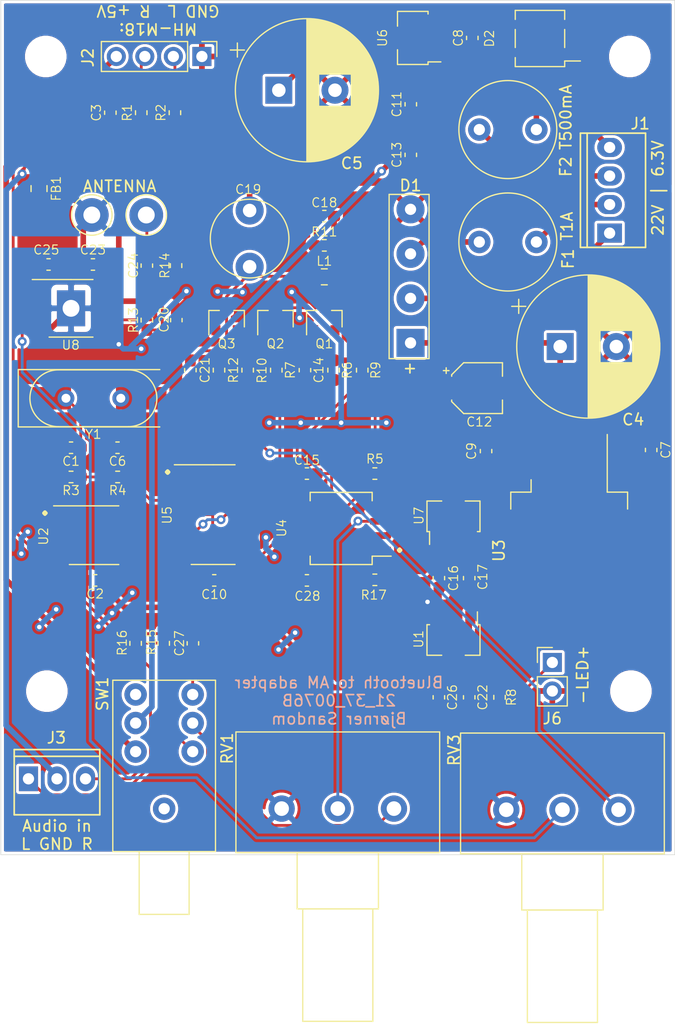
<source format=kicad_pcb>
(kicad_pcb (version 20171130) (host pcbnew "(5.1.10)-1")
  (title_block (title "Bluetooth to AM adapter") (date 2021-09-17) (company "Bjørner Sandom"))
  (layers (0 F.Cu signal) (31 B.Cu signal) (34 B.Paste user) (35 F.Paste user) (36 B.SilkS user) (37 F.SilkS user) (38 B.Mask user) (39 F.Mask user) (44 Edge.Cuts user))
  (net 0 "")
  (net 1 GND)
  (net 2 "Net-(C1-Pad1)")
  (net 3 +5V)
  (net 4 "Net-(C3-Pad2)")
  (net 5 "Net-(C3-Pad1)")
  (net 6 "Net-(C4-Pad1)")
  (net 7 GNDA)
  (net 8 "Net-(C5-Pad1)")
  (net 9 "Net-(C6-Pad1)")
  (net 10 +24V)
  (net 11 +5VA)
  (net 12 "Net-(C14-Pad2)")
  (net 13 "Net-(C14-Pad1)")
  (net 14 "Net-(C15-Pad2)")
  (net 15 "Net-(C15-Pad1)")
  (net 16 +12V)
  (net 17 "Net-(C18-Pad2)")
  (net 18 "Net-(C20-Pad1)")
  (net 19 "Net-(C21-Pad1)")
  (net 20 "Net-(C24-Pad2)")
  (net 21 "Net-(C24-Pad1)")
  (net 22 "Net-(D1-Pad3)")
  (net 23 "Net-(D1-Pad2)")
  (net 24 "Net-(D2-Pad2)")
  (net 25 "Net-(D2-Pad1)")
  (net 26 "Net-(F1-Pad2)")
  (net 27 "Net-(J2-Pad3)")
  (net 28 "Net-(J2-Pad2)")
  (net 29 "Net-(Q1-Pad2)")
  (net 30 "Net-(Q2-Pad2)")
  (net 31 "Net-(R3-Pad2)")
  (net 32 "Net-(RV1-Pad2)")
  (net 33 "Net-(U2-Pad12)")
  (net 34 "Net-(U2-Pad10)")
  (net 35 "Net-(U2-Pad8)")
  (net 36 "Net-(U2-Pad4)")
  (net 37 "Net-(U2-Pad2)")
  (net 38 "Net-(U4-Pad8)")
  (net 39 "Net-(U4-Pad5)")
  (net 40 "Net-(U4-Pad1)")
  (net 41 "Net-(U5-Pad12)")
  (net 42 "Net-(U5-Pad11)")
  (net 43 "Net-(U5-Pad2)")
  (net 44 "Net-(C27-Pad2)")
  (net 45 "Net-(C27-Pad1)")
  (net 46 "Net-(J3-Pad1)")
  (net 47 "Net-(RV1-Pad3)")
  (net 48 "Net-(SW1-Pad3)")
  (net 49 "Net-(J6-Pad1)")
  (net 50 "Net-(R17-Pad1)")
  (net 51 "Net-(F2-Pad1)")
  (net 52 "Net-(J2-Pad4)")
  (net 53 "Net-(J3-Pad3)")
  (net 54 "Net-(RV3-Pad2)")
  (net 55 "Net-(U8-Pad8)")
  (net 56 "Net-(U8-Pad5)")
  (net 57 "Net-(U8-Pad2)")
  (net 58 "Net-(U8-Pad1)")
  (module myDevices:SOIC-8-1EP_3.9x4.9mm_P1.27mm_EP2.514x3.2mm_ThermalVias (layer F.Cu) (at 157.25 98.4)
    (fp_text reference U8 (at -0.025 3.275) (layer F.SilkS) (effects (font (size 0.8 0.8) (thickness 0.1))))
    (fp_text value BUF634AIDDAR)
    (pad 1 smd roundrect (at -2.6375 -1.905) (size 1.625 0.6) (layers F.Cu F.Paste F.Mask) (net 58 "Net-(U8-Pad1)"))
    (pad 2 smd roundrect (at -2.6375 -0.635) (size 1.625 0.6) (layers F.Cu F.Paste F.Mask) (net 57 "Net-(U8-Pad2)"))
    (pad 3 smd roundrect (at -2.6375 0.635) (size 1.625 0.6) (layers F.Cu F.Paste F.Mask) (net 54 "Net-(RV3-Pad2)"))
    (pad 4 smd roundrect (at -2.6375 1.905) (size 1.625 0.6) (layers F.Cu F.Paste F.Mask) (net 1 GND))
    (pad 5 smd roundrect (at 2.6375 1.905) (size 1.625 0.6) (layers F.Cu F.Paste F.Mask) (net 56 "Net-(U8-Pad5)"))
    (pad 6 smd roundrect (at 2.6375 0.635) (size 1.625 0.6) (layers F.Cu F.Paste F.Mask) (net 20 "Net-(C24-Pad2)"))
    (pad 7 smd roundrect (at 2.6375 -0.635) (size 1.625 0.6) (layers F.Cu F.Paste F.Mask) (net 10 +24V))
    (pad 8 smd roundrect (at 2.6375 -1.905) (size 1.625 0.6) (layers F.Cu F.Paste F.Mask) (net 55 "Net-(U8-Pad8)"))
    (pad EPAD thru_hole rect (at 0 0) (size 2.514 3.2) (drill 1.5) (layers *.Cu *.Mask) (net 1 GND))
  )
  (module Potentiometer_THT:Potentiometer_Alps_RK163_Single_Horizontal (layer F.Cu) (at 196 143 270)
    (fp_text reference RV3 (at -5.3 4.65 90) (layer F.SilkS))
    (fp_text value "10kΩ lin")
    (pad 1 thru_hole circle (at 0 0 270) (size 2.34 2.34) (drill 1.3) (layers *.Cu *.Mask) (net 16 +12V))
    (pad 2 thru_hole circle (at 0 -5 270) (size 2.34 2.34) (drill 1.3) (layers *.Cu *.Mask) (net 54 "Net-(RV3-Pad2)"))
    (pad 3 thru_hole circle (at 0 -10 270) (size 2.34 2.34) (drill 1.3) (layers *.Cu *.Mask) (net 19 "Net-(C21-Pad1)"))
  )
  (module Potentiometer_THT:Potentiometer_Alps_RK163_Single_Horizontal (layer F.Cu) (at 176 142.9 270)
    (fp_text reference RV1 (at -5.35 4.85 90) (layer F.SilkS))
    (fp_text value "10kΩ log")
    (pad 1 thru_hole circle (at 0 0 270) (size 2.34 2.34) (drill 1.3) (layers *.Cu *.Mask) (net 16 +12V))
    (pad 2 thru_hole circle (at 0 -5 270) (size 2.34 2.34) (drill 1.3) (layers *.Cu *.Mask) (net 32 "Net-(RV1-Pad2)"))
    (pad 3 thru_hole circle (at 0 -10 270) (size 2.34 2.34) (drill 1.3) (layers *.Cu *.Mask) (net 47 "Net-(RV1-Pad3)"))
  )
  (module Crystal:Crystal_SMD_HC49-SD (layer F.Cu) (at 159.25 106.4)
    (fp_text reference Y2 hide)
    (fp_text value *)
    (pad 2 smd rect (at 4.25 0) (size 4.5 2) (layers F.Cu F.Paste F.Mask) (net 9 "Net-(C6-Pad1)"))
    (pad 1 smd rect (at -4.25 0) (size 4.5 2) (layers F.Cu F.Paste F.Mask) (net 2 "Net-(C1-Pad1)"))
  )
  (module Connector_PinHeader_2.54mm:PinHeader_1x04_P2.54mm_Vertical (layer F.Cu) (at 168.9 76 270)
    (fp_text reference J2 (at 0.1 10.15 90) (layer F.SilkS))
    (fp_text value MH-M18)
    (pad 4 thru_hole oval (at 0 7.62 270) (size 1.7 1.7) (drill 1) (layers *.Cu *.Mask) (net 52 "Net-(J2-Pad4)"))
    (pad 3 thru_hole oval (at 0 5.08 270) (size 1.7 1.7) (drill 1) (layers *.Cu *.Mask) (net 27 "Net-(J2-Pad3)"))
    (pad 2 thru_hole oval (at 0 2.54 270) (size 1.7 1.7) (drill 1) (layers *.Cu *.Mask) (net 28 "Net-(J2-Pad2)"))
    (pad 1 thru_hole rect (at 0 0 270) (size 1.7 1.7) (drill 1) (layers *.Cu *.Mask) (net 7 GNDA))
  )
  (module myDevices:KF2510-4P (layer F.Cu) (at 205.2 87.9 90)
    (fp_text reference J1 (at 5.925 2.725 180) (layer F.SilkS))
    (fp_text value "Trafo sec")
    (pad 4 thru_hole oval (at 3.81 0 90) (size 1.7 2.2) (drill 1) (layers *.Cu *.Mask) (net 25 "Net-(D2-Pad1)"))
    (pad 3 thru_hole oval (at 1.27 0 90) (size 1.7 2.2) (drill 1) (layers *.Cu *.Mask) (net 51 "Net-(F2-Pad1)"))
    (pad 2 thru_hole oval (at -1.27 0 90) (size 1.7 2.2) (drill 1) (layers *.Cu *.Mask) (net 26 "Net-(F1-Pad2)"))
    (pad 1 thru_hole rect (at -3.81 0 90) (size 1.7 2.2) (drill 1) (layers *.Cu *.Mask) (net 23 "Net-(D1-Pad2)"))
  )
  (module myDevices:Trimmer_cap_THT_7mm (layer F.Cu) (at 173.15 89.7 270)
    (fp_text reference C19 (at -1.875 0.125 180) (layer F.SilkS) (effects (font (size 0.8 0.8) (thickness 0.1))))
    (fp_text value 40-95pF)
    (pad 2 thru_hole circle (at 5 0 270) (size 2.5 2.5) (drill 1.2) (layers *.Cu *.Mask) (net 17 "Net-(C18-Pad2)"))
    (pad 1 thru_hole circle (at 0 0 270) (size 2.5 2.5) (drill 1.2) (layers *.Cu *.Mask) (net 10 +24V))
  )
  (module Inductor_SMD:L_0805_2012Metric_Pad1.15x1.40mm_HandSolder (layer F.Cu) (at 154.4 87.75 90)
    (fp_text reference FB1 (at 0 1.525 90) (layer F.SilkS) (effects (font (size 0.8 0.8) (thickness 0.1))))
    (fp_text value Ferrite_Bead_Small)
    (pad 2 smd roundrect (at 1.025 0 90) (size 1.15 1.4) (layers F.Cu F.Paste F.Mask) (roundrect_rratio 0.2173904347826087) (net 7 GNDA))
    (pad 1 smd roundrect (at -1.025 0 90) (size 1.15 1.4) (layers F.Cu F.Paste F.Mask) (roundrect_rratio 0.2173904347826087) (net 16 +12V))
  )
  (module Resistor_SMD:R_0603_1608Metric_Pad1.05x0.95mm_HandSolder (layer F.Cu) (at 184.3 122.55)
    (fp_text reference R17 (at -0.1 1.35) (layer F.SilkS) (effects (font (size 0.8 0.8) (thickness 0.1))))
    (fp_text value 6.8kΩ)
    (pad 2 smd roundrect (at 0.875 0) (size 1.05 0.95) (layers F.Cu F.Paste F.Mask) (net 16 +12V))
    (pad 1 smd roundrect (at -0.875 0) (size 1.05 0.95) (layers F.Cu F.Paste F.Mask) (net 50 "Net-(R17-Pad1)"))
  )
  (module Capacitor_SMD:C_0603_1608Metric_Pad1.08x0.95mm_HandSolder (layer F.Cu) (at 178.25 122.6)
    (fp_text reference C28 (at 0.05 1.4) (layer F.SilkS) (effects (font (size 0.8 0.8) (thickness 0.1))))
    (fp_text value 100nF)
    (pad 2 smd roundrect (at 0.8625 0) (size 1.075 0.95) (layers F.Cu F.Paste F.Mask) (net 10 +24V))
    (pad 1 smd roundrect (at -0.8625 0) (size 1.075 0.95) (layers F.Cu F.Paste F.Mask) (net 1 GND))
  )
  (module Connector_PinHeader_2.54mm:PinHeader_1x02_P2.54mm_Vertical (layer F.Cu) (at 200.1 129.9)
    (fp_text reference J6 (at 0 4.9884) (layer F.SilkS))
    (fp_text value "PWR LED")
    (pad 2 thru_hole oval (at 0 2.54) (size 1.7 1.7) (drill 1) (layers *.Cu *.Mask) (net 1 GND))
    (pad 1 thru_hole rect (at 0 0) (size 1.7 1.7) (drill 1) (layers *.Cu *.Mask) (net 49 "Net-(J6-Pad1)"))
  )
  (module Connector_Pin:Pin_D1.3mm_L11.0mm_LooseFit (layer F.Cu) (at 159.1 90.1)
    (fp_text reference J5 hide)
    (fp_text value Conn_01x01)
    (pad 1 thru_hole circle (at 0 0) (size 3 3) (drill 1.5) (layers *.Cu *.Mask) (net 16 +12V))
  )
  (module Connector_Pin:Pin_D1.3mm_L11.0mm_LooseFit (layer F.Cu) (at 163.95 90.1)
    (fp_text reference J4 hide)
    (fp_text value "Loop antenna")
    (pad 1 thru_hole circle (at 0 0) (size 3 3) (drill 1.5) (layers *.Cu *.Mask) (net 21 "Net-(C24-Pad1)"))
  )
  (module myDevices:Toggle_sw_submin (layer F.Cu) (at 163 132.75)
    (fp_text reference SW1 (at -2.95 -0.05 270) (layer F.SilkS))
    (fp_text value SW_DPDT_x2)
    (pad 7 thru_hole circle (at 2.54 10.16) (size 2 2) (drill 1) (layers *.Cu *.Mask))
    (pad 4 thru_hole circle (at 5.08 5.08) (size 2 2) (drill 1) (layers *.Cu *.Mask) (net 5 "Net-(C3-Pad1)"))
    (pad 5 thru_hole circle (at 5.08 2.54) (size 2 2) (drill 1) (layers *.Cu *.Mask) (net 47 "Net-(RV1-Pad3)"))
    (pad 1 thru_hole circle (at 0 5.08) (size 2 2) (drill 1) (layers *.Cu *.Mask) (net 52 "Net-(J2-Pad4)"))
    (pad 2 thru_hole circle (at 0 2.54) (size 2 2) (drill 1) (layers *.Cu *.Mask) (net 11 +5VA))
    (pad 6 thru_hole circle (at 5.08 0) (size 2 2) (drill 1) (layers *.Cu *.Mask) (net 45 "Net-(C27-Pad1)"))
    (pad 3 thru_hole circle (at 0 0) (size 2 2) (drill 1) (layers *.Cu *.Mask) (net 48 "Net-(SW1-Pad3)"))
  )
  (module Resistor_SMD:R_0603_1608Metric_Pad1.05x0.95mm_HandSolder (layer F.Cu) (at 163 128.2 90)
    (fp_text reference R16 (at 0.05 -1.2 90) (layer F.SilkS) (effects (font (size 0.8 0.8) (thickness 0.1))))
    (fp_text value 1kΩ)
    (pad 2 smd roundrect (at 0.875 0 90) (size 1.05 0.95) (layers F.Cu F.Paste F.Mask) (net 44 "Net-(C27-Pad2)"))
    (pad 1 smd roundrect (at -0.875 0 90) (size 1.05 0.95) (layers F.Cu F.Paste F.Mask) (net 53 "Net-(J3-Pad3)"))
  )
  (module Resistor_SMD:R_0603_1608Metric_Pad1.05x0.95mm_HandSolder (layer F.Cu) (at 165.5 128.2 270)
    (fp_text reference R15 (at -0.1 1.1 90) (layer F.SilkS) (effects (font (size 0.8 0.8) (thickness 0.1))))
    (fp_text value 1kΩ)
    (pad 2 smd roundrect (at 0.875 0 270) (size 1.05 0.95) (layers F.Cu F.Paste F.Mask) (net 46 "Net-(J3-Pad1)"))
    (pad 1 smd roundrect (at -0.875 0 270) (size 1.05 0.95) (layers F.Cu F.Paste F.Mask) (net 44 "Net-(C27-Pad2)"))
  )
  (module myDevices:KF2510-3P (layer F.Cu) (at 156 140.25)
    (fp_text reference J3 (at -0.05 -3.65) (layer F.SilkS))
    (fp_text value Conn_01x03)
    (pad 2 thru_hole oval (at 0 0) (size 1.7 2.2) (drill 1) (layers *.Cu *.Mask) (net 7 GNDA))
    (pad 1 thru_hole rect (at -2.54 0) (size 1.7 2.2) (drill 1) (layers *.Cu *.Mask) (net 46 "Net-(J3-Pad1)"))
    (pad 3 thru_hole oval (at 2.54 0) (size 1.7 2.2) (drill 1) (layers *.Cu *.Mask) (net 53 "Net-(J3-Pad3)"))
  )
  (module Capacitor_SMD:C_0603_1608Metric_Pad1.08x0.95mm_HandSolder (layer F.Cu) (at 168.1 128.2 90)
    (fp_text reference C27 (at 0 -1.2 90) (layer F.SilkS) (effects (font (size 0.8 0.8) (thickness 0.1))))
    (fp_text value 470nF)
    (pad 2 smd roundrect (at 0.8625 0 90) (size 1.075 0.95) (layers F.Cu F.Paste F.Mask) (net 44 "Net-(C27-Pad2)"))
    (pad 1 smd roundrect (at -0.8625 0 90) (size 1.075 0.95) (layers F.Cu F.Paste F.Mask) (net 45 "Net-(C27-Pad1)"))
  )
  (module MountingHole:MountingHole_3.2mm_M3 (layer F.Cu) (at 207 76)
    (fp_text reference H4 hide)
    (fp_text value MountingHole)
    (pad 1 np_thru_hole circle (at 0 0) (size 3.2 3.2) (drill 3.2) (layers *.Cu *.Mask))
  )
  (module MountingHole:MountingHole_3.2mm_M3 (layer F.Cu) (at 155 76)
    (fp_text reference H3 hide)
    (fp_text value MountingHole)
    (pad 1 np_thru_hole circle (at 0 0) (size 3.2 3.2) (drill 3.2) (layers *.Cu *.Mask))
  )
  (module MountingHole:MountingHole_3.2mm_M3 (layer F.Cu) (at 207.1 132.45)
    (fp_text reference H2 hide)
    (fp_text value MountingHole)
    (pad 1 np_thru_hole circle (at 0 0) (size 3.2 3.2) (drill 3.2) (layers *.Cu *.Mask))
  )
  (module MountingHole:MountingHole_3.2mm_M3 (layer F.Cu) (at 155.1 132.45)
    (fp_text reference H1 hide)
    (fp_text value MountingHole)
    (pad 1 np_thru_hole circle (at 0 0) (size 3.2 3.2) (drill 3.2) (layers *.Cu *.Mask))
  )
  (module Crystal:Crystal_HC49-U_Vertical (layer F.Cu) (at 156.8 106.4)
    (fp_text reference Y1 (at 2.44 3.2) (layer F.SilkS) (effects (font (size 0.8 0.8) (thickness 0.1))))
    (fp_text value "4 MHz")
    (pad 2 thru_hole circle (at 4.88 0) (size 1.5 1.5) (drill 0.8) (layers *.Cu *.Mask) (net 9 "Net-(C6-Pad1)"))
    (pad 1 thru_hole circle (at 0 0) (size 1.5 1.5) (drill 0.8) (layers *.Cu *.Mask) (net 2 "Net-(C1-Pad1)"))
  )
  (module Package_TO_SOT_SMD:SOT-89-3 (layer F.Cu) (at 191.3 117.2 90)
    (fp_text reference U7 (at 0.35 -3.075 270) (layer F.SilkS) (effects (font (size 0.8 0.8) (thickness 0.1))))
    (fp_text value L78L12_SOT89)
    (pad 2 smd custom (at -1.5625 0 90) (size 1.475 0.9) (layers F.Cu F.Paste F.Mask) (net 1 GND) (options (clearance outline) (anchor rect)) (primitives (gr_poly (pts (xy 0.7375 -0.8665) (xy 3.8625 -0.8665) (xy 3.8625 0.8665) (xy 0.7375 0.8665)) (width 0))))
    (pad 3 smd rect (at -1.65 1.5 90) (size 1.3 0.9) (layers F.Cu F.Paste F.Mask) (net 10 +24V))
    (pad 1 smd rect (at -1.65 -1.5 90) (size 1.3 0.9) (layers F.Cu F.Paste F.Mask) (net 16 +12V))
  )
  (module Package_TO_SOT_SMD:SOT-89-3 (layer F.Cu) (at 187.975 74.35 180)
    (fp_text reference U6 (at 3 0 270) (layer F.SilkS) (effects (font (size 0.8 0.8) (thickness 0.1))))
    (fp_text value L78L05_SOT89)
    (pad 2 smd custom (at -1.5625 0 180) (size 1.475 0.9) (layers F.Cu F.Paste F.Mask) (net 7 GNDA) (options (clearance outline) (anchor rect)) (primitives (gr_poly (pts (xy 0.7375 -0.8665) (xy 3.8625 -0.8665) (xy 3.8625 0.8665) (xy 0.7375 0.8665)) (width 0))))
    (pad 3 smd rect (at -1.65 1.5 180) (size 1.3 0.9) (layers F.Cu F.Paste F.Mask) (net 8 "Net-(C5-Pad1)"))
    (pad 1 smd rect (at -1.65 -1.5 180) (size 1.3 0.9) (layers F.Cu F.Paste F.Mask) (net 11 +5VA))
  )
  (module Package_SO:SOIC-14_3.9x8.7mm_P1.27mm (layer F.Cu) (at 169.9 116.75)
    (fp_text reference U5 (at -4.1 0.05 90) (layer F.SilkS) (effects (font (size 0.8 0.8) (thickness 0.1))))
    (fp_text value SN74LS74AN)
    (pad 14 smd roundrect (at 2.475 -3.81) (size 1.95 0.6) (layers F.Cu F.Paste F.Mask) (net 3 +5V))
    (pad 13 smd roundrect (at 2.475 -2.54) (size 1.95 0.6) (layers F.Cu F.Paste F.Mask) (net 3 +5V))
    (pad 12 smd roundrect (at 2.475 -1.27) (size 1.95 0.6) (layers F.Cu F.Paste F.Mask) (net 41 "Net-(U5-Pad12)"))
    (pad 11 smd roundrect (at 2.475 0) (size 1.95 0.6) (layers F.Cu F.Paste F.Mask) (net 42 "Net-(U5-Pad11)"))
    (pad 10 smd roundrect (at 2.475 1.27) (size 1.95 0.6) (layers F.Cu F.Paste F.Mask) (net 3 +5V))
    (pad 9 smd roundrect (at 2.475 2.54) (size 1.95 0.6) (layers F.Cu F.Paste F.Mask) (net 12 "Net-(C14-Pad2)"))
    (pad 8 smd roundrect (at 2.475 3.81) (size 1.95 0.6) (layers F.Cu F.Paste F.Mask) (net 41 "Net-(U5-Pad12)"))
    (pad 7 smd roundrect (at -2.475 3.81) (size 1.95 0.6) (layers F.Cu F.Paste F.Mask) (net 1 GND))
    (pad 6 smd roundrect (at -2.475 2.54) (size 1.95 0.6) (layers F.Cu F.Paste F.Mask) (net 43 "Net-(U5-Pad2)"))
    (pad 5 smd roundrect (at -2.475 1.27) (size 1.95 0.6) (layers F.Cu F.Paste F.Mask) (net 42 "Net-(U5-Pad11)"))
    (pad 4 smd roundrect (at -2.475 0) (size 1.95 0.6) (layers F.Cu F.Paste F.Mask) (net 3 +5V))
    (pad 3 smd roundrect (at -2.475 -1.27) (size 1.95 0.6) (layers F.Cu F.Paste F.Mask) (net 9 "Net-(C6-Pad1)"))
    (pad 2 smd roundrect (at -2.475 -2.54) (size 1.95 0.6) (layers F.Cu F.Paste F.Mask) (net 43 "Net-(U5-Pad2)"))
    (pad 1 smd roundrect (at -2.475 -3.81) (size 1.95 0.6) (layers F.Cu F.Paste F.Mask) (net 3 +5V))
  )
  (module Package_SO:SO-8_5.3x6.2mm_P1.27mm (layer F.Cu) (at 181.3 117.98 180)
    (fp_text reference U4 (at 5.3 0.03 90) (layer F.SilkS) (effects (font (size 0.8 0.8) (thickness 0.1))))
    (fp_text value LF351D)
    (pad 8 smd roundrect (at 3.5 -1.905 180) (size 1.9 0.6) (layers F.Cu F.Paste F.Mask) (net 38 "Net-(U4-Pad8)"))
    (pad 7 smd roundrect (at 3.5 -0.635 180) (size 1.9 0.6) (layers F.Cu F.Paste F.Mask) (net 10 +24V))
    (pad 6 smd roundrect (at 3.5 0.635 180) (size 1.9 0.6) (layers F.Cu F.Paste F.Mask) (net 14 "Net-(C15-Pad2)"))
    (pad 5 smd roundrect (at 3.5 1.905 180) (size 1.9 0.6) (layers F.Cu F.Paste F.Mask) (net 39 "Net-(U4-Pad5)"))
    (pad 4 smd roundrect (at -3.5 1.905 180) (size 1.9 0.6) (layers F.Cu F.Paste F.Mask) (net 1 GND))
    (pad 3 smd roundrect (at -3.5 0.635 180) (size 1.9 0.6) (layers F.Cu F.Paste F.Mask) (net 32 "Net-(RV1-Pad2)"))
    (pad 2 smd roundrect (at -3.5 -0.635 180) (size 1.9 0.6) (layers F.Cu F.Paste F.Mask) (net 50 "Net-(R17-Pad1)"))
    (pad 1 smd roundrect (at -3.5 -1.905 180) (size 1.9 0.6) (layers F.Cu F.Paste F.Mask) (net 40 "Net-(U4-Pad1)"))
  )
  (module Package_TO_SOT_SMD:TO-263-2 (layer F.Cu) (at 201.6 117.7 270)
    (fp_text reference U3 (at 2.25 6.25 90) (layer F.SilkS))
    (fp_text value MC7824)
    (pad 2 smd rect (at 3.375 0 270) (size 9.4 10.8) (layers F.Cu F.Mask) (net 1 GND))
    (pad 3 smd rect (at -5.775 2.54 270) (size 4.6 1.1) (layers F.Cu F.Paste F.Mask) (net 10 +24V))
    (pad 1 smd rect (at -5.775 -2.54 270) (size 4.6 1.1) (layers F.Cu F.Paste F.Mask) (net 6 "Net-(C4-Pad1)"))
  )
  (module Package_SO:TSSOP-14_4.4x5mm_P0.65mm (layer F.Cu) (at 159.3 118.58)
    (fp_text reference U2 (at -4.5 0.1 270) (layer F.SilkS) (effects (font (size 0.8 0.8) (thickness 0.1))))
    (fp_text value SN74HCU04N)
    (pad 14 smd roundrect (at 2.8625 -1.95) (size 1.475 0.4) (layers F.Cu F.Paste F.Mask) (net 3 +5V))
    (pad 13 smd roundrect (at 2.8625 -1.3) (size 1.475 0.4) (layers F.Cu F.Paste F.Mask) (net 1 GND))
    (pad 12 smd roundrect (at 2.8625 -0.65) (size 1.475 0.4) (layers F.Cu F.Paste F.Mask) (net 33 "Net-(U2-Pad12)"))
    (pad 11 smd roundrect (at 2.8625 0) (size 1.475 0.4) (layers F.Cu F.Paste F.Mask) (net 1 GND))
    (pad 10 smd roundrect (at 2.8625 0.65) (size 1.475 0.4) (layers F.Cu F.Paste F.Mask) (net 34 "Net-(U2-Pad10)"))
    (pad 9 smd roundrect (at 2.8625 1.3) (size 1.475 0.4) (layers F.Cu F.Paste F.Mask) (net 1 GND))
    (pad 8 smd roundrect (at 2.8625 1.95) (size 1.475 0.4) (layers F.Cu F.Paste F.Mask) (net 35 "Net-(U2-Pad8)"))
    (pad 7 smd roundrect (at -2.8625 1.95) (size 1.475 0.4) (layers F.Cu F.Paste F.Mask) (net 1 GND))
    (pad 6 smd roundrect (at -2.8625 1.3) (size 1.475 0.4) (layers F.Cu F.Paste F.Mask) (net 31 "Net-(R3-Pad2)"))
    (pad 5 smd roundrect (at -2.8625 0.65) (size 1.475 0.4) (layers F.Cu F.Paste F.Mask) (net 2 "Net-(C1-Pad1)"))
    (pad 4 smd roundrect (at -2.8625 0) (size 1.475 0.4) (layers F.Cu F.Paste F.Mask) (net 36 "Net-(U2-Pad4)"))
    (pad 3 smd roundrect (at -2.8625 -0.65) (size 1.475 0.4) (layers F.Cu F.Paste F.Mask) (net 1 GND))
    (pad 2 smd roundrect (at -2.8625 -1.3) (size 1.475 0.4) (layers F.Cu F.Paste F.Mask) (net 37 "Net-(U2-Pad2)"))
    (pad 1 smd roundrect (at -2.8625 -1.95) (size 1.475 0.4) (layers F.Cu F.Paste F.Mask) (net 1 GND))
  )
  (module Package_TO_SOT_SMD:SOT-89-3 (layer F.Cu) (at 191.3 127.6 270)
    (fp_text reference U1 (at 0.225 3.1 270) (layer F.SilkS) (effects (font (size 0.8 0.8) (thickness 0.1))))
    (fp_text value L78L05_SOT89)
    (pad 2 smd custom (at -1.5625 0 270) (size 1.475 0.9) (layers F.Cu F.Paste F.Mask) (net 1 GND) (options (clearance outline) (anchor rect)) (primitives (gr_poly (pts (xy 0.7375 -0.8665) (xy 3.8625 -0.8665) (xy 3.8625 0.8665) (xy 0.7375 0.8665)) (width 0))))
    (pad 3 smd rect (at -1.65 1.5 270) (size 1.3 0.9) (layers F.Cu F.Paste F.Mask) (net 16 +12V))
    (pad 1 smd rect (at -1.65 -1.5 270) (size 1.3 0.9) (layers F.Cu F.Paste F.Mask) (net 3 +5V))
  )
  (module Resistor_SMD:R_0603_1608Metric_Pad1.05x0.95mm_HandSolder (layer F.Cu) (at 166.6 94.6 90)
    (fp_text reference R14 (at 0 -1 90) (layer F.SilkS) (effects (font (size 0.8 0.8) (thickness 0.1))))
    (fp_text value 10kΩ)
    (pad 2 smd roundrect (at 0.875 0 90) (size 1.05 0.95) (layers F.Cu F.Paste F.Mask) (net 1 GND))
    (pad 1 smd roundrect (at -0.875 0 90) (size 1.05 0.95) (layers F.Cu F.Paste F.Mask) (net 18 "Net-(C20-Pad1)"))
  )
  (module Resistor_SMD:R_0603_1608Metric_Pad1.05x0.95mm_HandSolder (layer F.Cu) (at 164 99.45 270)
    (fp_text reference R13 (at 0 1.2 90) (layer F.SilkS) (effects (font (size 0.8 0.8) (thickness 0.1))))
    (fp_text value 27kΩ)
    (pad 2 smd roundrect (at 0.875 0 270) (size 1.05 0.95) (layers F.Cu F.Paste F.Mask) (net 18 "Net-(C20-Pad1)"))
    (pad 1 smd roundrect (at -0.875 0 270) (size 1.05 0.95) (layers F.Cu F.Paste F.Mask) (net 10 +24V))
  )
  (module Resistor_SMD:R_0603_1608Metric_Pad1.05x0.95mm_HandSolder (layer F.Cu) (at 170.425 103.9 270)
    (fp_text reference R12 (at -0.000001 -1.283333 90) (layer F.SilkS) (effects (font (size 0.8 0.8) (thickness 0.1))))
    (fp_text value 330Ω)
    (pad 2 smd roundrect (at 0.875 0 270) (size 1.05 0.95) (layers F.Cu F.Paste F.Mask) (net 1 GND))
    (pad 1 smd roundrect (at -0.875 0 270) (size 1.05 0.95) (layers F.Cu F.Paste F.Mask) (net 30 "Net-(Q2-Pad2)"))
  )
  (module Resistor_SMD:R_0603_1608Metric_Pad1.05x0.95mm_HandSolder (layer F.Cu) (at 179.8 92.8 180)
    (fp_text reference R11 (at 0 1.2) (layer F.SilkS) (effects (font (size 0.8 0.8) (thickness 0.1))))
    (fp_text value 4.7kΩ)
    (pad 2 smd roundrect (at 0.875 0 180) (size 1.05 0.95) (layers F.Cu F.Paste F.Mask) (net 17 "Net-(C18-Pad2)"))
    (pad 1 smd roundrect (at -0.875 0 180) (size 1.05 0.95) (layers F.Cu F.Paste F.Mask) (net 10 +24V))
  )
  (module Resistor_SMD:R_0603_1608Metric_Pad1.05x0.95mm_HandSolder (layer F.Cu) (at 172.975 103.9 270)
    (fp_text reference R10 (at 0.024999 -1.266666 90) (layer F.SilkS) (effects (font (size 0.8 0.8) (thickness 0.1))))
    (fp_text value 33kΩ)
    (pad 2 smd roundrect (at 0.875 0 270) (size 1.05 0.95) (layers F.Cu F.Paste F.Mask) (net 1 GND))
    (pad 1 smd roundrect (at -0.875 0 270) (size 1.05 0.95) (layers F.Cu F.Paste F.Mask) (net 15 "Net-(C15-Pad1)"))
  )
  (module Resistor_SMD:R_0603_1608Metric_Pad1.05x0.95mm_HandSolder (layer F.Cu) (at 183.175 103.9 270)
    (fp_text reference R9 (at 0 -1.2 90) (layer F.SilkS) (effects (font (size 0.8 0.8) (thickness 0.1))))
    (fp_text value 220kΩ)
    (pad 2 smd roundrect (at 0.875 0 270) (size 1.05 0.95) (layers F.Cu F.Paste F.Mask) (net 15 "Net-(C15-Pad1)"))
    (pad 1 smd roundrect (at -0.875 0 270) (size 1.05 0.95) (layers F.Cu F.Paste F.Mask) (net 10 +24V))
  )
  (module Resistor_SMD:R_0603_1608Metric_Pad1.05x0.95mm_HandSolder (layer F.Cu) (at 195.4 133 270)
    (fp_text reference R8 (at 0 -1.0492 90) (layer F.SilkS) (effects (font (size 0.8 0.8) (thickness 0.1))))
    (fp_text value 470Ω)
    (pad 2 smd roundrect (at 0.875 0 270) (size 1.05 0.95) (layers F.Cu F.Paste F.Mask) (net 3 +5V))
    (pad 1 smd roundrect (at -0.875 0 270) (size 1.05 0.95) (layers F.Cu F.Paste F.Mask) (net 49 "Net-(J6-Pad1)"))
  )
  (module Resistor_SMD:R_0603_1608Metric_Pad1.05x0.95mm_HandSolder (layer F.Cu) (at 175.525 103.9 270)
    (fp_text reference R7 (at 0 -1.249999 90) (layer F.SilkS) (effects (font (size 0.8 0.8) (thickness 0.1))))
    (fp_text value 10kΩ)
    (pad 2 smd roundrect (at 0.875 0 270) (size 1.05 0.95) (layers F.Cu F.Paste F.Mask) (net 1 GND))
    (pad 1 smd roundrect (at -0.875 0 270) (size 1.05 0.95) (layers F.Cu F.Paste F.Mask) (net 13 "Net-(C14-Pad1)"))
  )
  (module Resistor_SMD:R_0603_1608Metric_Pad1.05x0.95mm_HandSolder (layer F.Cu) (at 180.625 103.9 270)
    (fp_text reference R6 (at 0 -1.216665 90) (layer F.SilkS) (effects (font (size 0.8 0.8) (thickness 0.1))))
    (fp_text value 27kΩ)
    (pad 2 smd roundrect (at 0.875 0 270) (size 1.05 0.95) (layers F.Cu F.Paste F.Mask) (net 13 "Net-(C14-Pad1)"))
    (pad 1 smd roundrect (at -0.875 0 270) (size 1.05 0.95) (layers F.Cu F.Paste F.Mask) (net 10 +24V))
  )
  (module Resistor_SMD:R_0603_1608Metric_Pad1.05x0.95mm_HandSolder (layer F.Cu) (at 184.3 113.1)
    (fp_text reference R5 (at 0 -1.3) (layer F.SilkS) (effects (font (size 0.8 0.8) (thickness 0.1))))
    (fp_text value 27kΩ)
    (pad 2 smd roundrect (at 0.875 0) (size 1.05 0.95) (layers F.Cu F.Paste F.Mask) (net 50 "Net-(R17-Pad1)"))
    (pad 1 smd roundrect (at -0.875 0) (size 1.05 0.95) (layers F.Cu F.Paste F.Mask) (net 14 "Net-(C15-Pad2)"))
  )
  (module Resistor_SMD:R_0603_1608Metric_Pad1.05x0.95mm_HandSolder (layer F.Cu) (at 161.4 113.4)
    (fp_text reference R4 (at 0 1.2) (layer F.SilkS) (effects (font (size 0.8 0.8) (thickness 0.1))))
    (fp_text value 560Ω)
    (pad 2 smd roundrect (at 0.875 0) (size 1.05 0.95) (layers F.Cu F.Paste F.Mask) (net 9 "Net-(C6-Pad1)"))
    (pad 1 smd roundrect (at -0.875 0) (size 1.05 0.95) (layers F.Cu F.Paste F.Mask) (net 31 "Net-(R3-Pad2)"))
  )
  (module Resistor_SMD:R_0603_1608Metric_Pad1.05x0.95mm_HandSolder (layer F.Cu) (at 157.25 113.4)
    (fp_text reference R3 (at 0 1.2) (layer F.SilkS) (effects (font (size 0.8 0.8) (thickness 0.1))))
    (fp_text value 4.7MΩ)
    (pad 2 smd roundrect (at 0.875 0) (size 1.05 0.95) (layers F.Cu F.Paste F.Mask) (net 31 "Net-(R3-Pad2)"))
    (pad 1 smd roundrect (at -0.875 0) (size 1.05 0.95) (layers F.Cu F.Paste F.Mask) (net 2 "Net-(C1-Pad1)"))
  )
  (module Resistor_SMD:R_0603_1608Metric_Pad1.05x0.95mm_HandSolder (layer F.Cu) (at 166.5 81 270)
    (fp_text reference R2 (at 0 1.25 90) (layer F.SilkS) (effects (font (size 0.8 0.8) (thickness 0.1))))
    (fp_text value 1kΩ)
    (pad 2 smd roundrect (at 0.875 0 270) (size 1.05 0.95) (layers F.Cu F.Paste F.Mask) (net 4 "Net-(C3-Pad2)"))
    (pad 1 smd roundrect (at -0.875 0 270) (size 1.05 0.95) (layers F.Cu F.Paste F.Mask) (net 28 "Net-(J2-Pad2)"))
  )
  (module Resistor_SMD:R_0603_1608Metric_Pad1.05x0.95mm_HandSolder (layer F.Cu) (at 163.5 81 90)
    (fp_text reference R1 (at 0 -1.25 90) (layer F.SilkS) (effects (font (size 0.8 0.8) (thickness 0.1))))
    (fp_text value 1kΩ)
    (pad 2 smd roundrect (at 0.875 0 90) (size 1.05 0.95) (layers F.Cu F.Paste F.Mask) (net 27 "Net-(J2-Pad3)"))
    (pad 1 smd roundrect (at -0.875 0 90) (size 1.05 0.95) (layers F.Cu F.Paste F.Mask) (net 4 "Net-(C3-Pad2)"))
  )
  (module Package_TO_SOT_SMD:SOT-23 (layer F.Cu) (at 171.1 99.35 90)
    (fp_text reference Q3 (at -2.2 0 180) (layer F.SilkS) (effects (font (size 0.8 0.8) (thickness 0.1))))
    (fp_text value BC847)
    (pad 3 smd rect (at 1 0 90) (size 0.9 0.8) (layers F.Cu F.Paste F.Mask) (net 17 "Net-(C18-Pad2)"))
    (pad 2 smd rect (at -1 0.95 90) (size 0.9 0.8) (layers F.Cu F.Paste F.Mask) (net 29 "Net-(Q1-Pad2)"))
    (pad 1 smd rect (at -1 -0.95 90) (size 0.9 0.8) (layers F.Cu F.Paste F.Mask) (net 18 "Net-(C20-Pad1)"))
  )
  (module Package_TO_SOT_SMD:SOT-23 (layer F.Cu) (at 175.45 99.35 90)
    (fp_text reference Q2 (at -2.2 0 180) (layer F.SilkS) (effects (font (size 0.8 0.8) (thickness 0.1))))
    (fp_text value BC847)
    (pad 3 smd rect (at 1 0 90) (size 0.9 0.8) (layers F.Cu F.Paste F.Mask) (net 29 "Net-(Q1-Pad2)"))
    (pad 2 smd rect (at -1 0.95 90) (size 0.9 0.8) (layers F.Cu F.Paste F.Mask) (net 30 "Net-(Q2-Pad2)"))
    (pad 1 smd rect (at -1 -0.95 90) (size 0.9 0.8) (layers F.Cu F.Paste F.Mask) (net 15 "Net-(C15-Pad1)"))
  )
  (module Package_TO_SOT_SMD:SOT-23 (layer F.Cu) (at 179.8 99.35 90)
    (fp_text reference Q1 (at -2.2 0 180) (layer F.SilkS) (effects (font (size 0.8 0.8) (thickness 0.1))))
    (fp_text value BC847)
    (pad 3 smd rect (at 1 0 90) (size 0.9 0.8) (layers F.Cu F.Paste F.Mask) (net 10 +24V))
    (pad 2 smd rect (at -1 0.95 90) (size 0.9 0.8) (layers F.Cu F.Paste F.Mask) (net 29 "Net-(Q1-Pad2)"))
    (pad 1 smd rect (at -1 -0.95 90) (size 0.9 0.8) (layers F.Cu F.Paste F.Mask) (net 13 "Net-(C14-Pad1)"))
  )
  (module Inductor_SMD:L_0805_2012Metric_Pad1.15x1.40mm_HandSolder (layer F.Cu) (at 179.8 95.6 180)
    (fp_text reference L1 (at 0 1.4) (layer F.SilkS) (effects (font (size 0.8 0.8) (thickness 0.1))))
    (fp_text value 47µH)
    (pad 2 smd roundrect (at 1.025 0 180) (size 1.15 1.4) (layers F.Cu F.Paste F.Mask) (roundrect_rratio 0.2173904347826087) (net 17 "Net-(C18-Pad2)"))
    (pad 1 smd roundrect (at -1.025 0 180) (size 1.15 1.4) (layers F.Cu F.Paste F.Mask) (roundrect_rratio 0.2173904347826087) (net 10 +24V))
  )
  (module Fuse:Fuse_Littelfuse_372_D8.50mm (layer F.Cu) (at 193.6 82.5)
    (fp_text reference F2 (at 7.7 3.3 90) (layer F.SilkS))
    (fp_text value T500mA)
    (pad 2 thru_hole circle (at 5.08 0) (size 2 2) (drill 1) (layers *.Cu *.Mask) (net 24 "Net-(D2-Pad2)"))
    (pad 1 thru_hole circle (at 0 0) (size 2 2) (drill 1) (layers *.Cu *.Mask) (net 51 "Net-(F2-Pad1)"))
  )
  (module Fuse:Fuse_Littelfuse_372_D8.50mm (layer F.Cu) (at 193.6 92.5)
    (fp_text reference F1 (at 7.9 1.5 90) (layer F.SilkS))
    (fp_text value T1A)
    (pad 2 thru_hole circle (at 5.08 0) (size 2 2) (drill 1) (layers *.Cu *.Mask) (net 26 "Net-(F1-Pad2)"))
    (pad 1 thru_hole circle (at 0 0) (size 2 2) (drill 1) (layers *.Cu *.Mask) (net 22 "Net-(D1-Pad3)"))
  )
  (module Package_TO_SOT_SMD:TO-269AA (layer F.Cu) (at 199 74.4 180)
    (fp_text reference D2 (at 4.5 0 90) (layer F.SilkS) (effects (font (size 0.8 0.8) (thickness 0.1))))
    (fp_text value MB6S)
    (pad 4 smd rect (at 3.075 -1.27 180) (size 1 0.8) (layers F.Cu F.Paste F.Mask) (net 7 GNDA))
    (pad 3 smd rect (at 3.075 1.27 180) (size 1 0.8) (layers F.Cu F.Paste F.Mask) (net 8 "Net-(C5-Pad1)"))
    (pad 2 smd rect (at -3.075 1.27 180) (size 1 0.8) (layers F.Cu F.Paste F.Mask) (net 24 "Net-(D2-Pad2)"))
    (pad 1 smd rect (at -3.075 -1.27 180) (size 1 0.8) (layers F.Cu F.Paste F.Mask) (net 25 "Net-(D2-Pad1)"))
  )
  (module myDevices:Rectifier_KBP307 (layer F.Cu) (at 187.475 101.475 90)
    (fp_text reference D1 (at 14 0 180) (layer F.SilkS))
    (fp_text value KBP307)
    (fp_text user + (at -2.286 -0.127 90) (layer F.SilkS))
    (pad 4 thru_hole circle (at 11.88 0 90) (size 2.5 2.5) (drill 1) (layers *.Cu *.Mask) (net 1 GND))
    (pad 3 thru_hole circle (at 7.92 0 90) (size 2.5 2.5) (drill 1) (layers *.Cu *.Mask) (net 22 "Net-(D1-Pad3)"))
    (pad 2 thru_hole circle (at 3.96 0 90) (size 2.5 2.5) (drill 1) (layers *.Cu *.Mask) (net 23 "Net-(D1-Pad2)"))
    (pad 1 thru_hole rect (at 0 0 90) (size 2.5 2.5) (drill 1) (layers *.Cu *.Mask) (net 6 "Net-(C4-Pad1)"))
  )
  (module Capacitor_SMD:C_0603_1608Metric_Pad1.08x0.95mm_HandSolder (layer F.Cu) (at 190 133 270)
    (fp_text reference C26 (at 0 -1.2 90) (layer F.SilkS) (effects (font (size 0.8 0.8) (thickness 0.1))))
    (fp_text value "10µF 16V")
    (pad 2 smd roundrect (at 0.8625 0 270) (size 1.075 0.95) (layers F.Cu F.Paste F.Mask) (net 1 GND))
    (pad 1 smd roundrect (at -0.8625 0 270) (size 1.075 0.95) (layers F.Cu F.Paste F.Mask) (net 3 +5V))
  )
  (module Capacitor_SMD:C_0603_1608Metric_Pad1.08x0.95mm_HandSolder (layer F.Cu) (at 155.25 94.5 180)
    (fp_text reference C25 (at 0.2 1.3) (layer F.SilkS) (effects (font (size 0.8 0.8) (thickness 0.1))))
    (fp_text value 10µF)
    (pad 2 smd roundrect (at 0.8625 0 180) (size 1.075 0.95) (layers F.Cu F.Paste F.Mask) (net 1 GND))
    (pad 1 smd roundrect (at -0.8625 0 180) (size 1.075 0.95) (layers F.Cu F.Paste F.Mask) (net 16 +12V))
  )
  (module Capacitor_SMD:C_0603_1608Metric_Pad1.08x0.95mm_HandSolder (layer F.Cu) (at 164 94.6 270)
    (fp_text reference C24 (at 0 1.2 90) (layer F.SilkS) (effects (font (size 0.8 0.8) (thickness 0.1))))
    (fp_text value 100nF)
    (pad 2 smd roundrect (at 0.8625 0 270) (size 1.075 0.95) (layers F.Cu F.Paste F.Mask) (net 20 "Net-(C24-Pad2)"))
    (pad 1 smd roundrect (at -0.8625 0 270) (size 1.075 0.95) (layers F.Cu F.Paste F.Mask) (net 21 "Net-(C24-Pad1)"))
  )
  (module Capacitor_SMD:C_0603_1608Metric_Pad1.08x0.95mm_HandSolder (layer F.Cu) (at 159.2 94.5)
    (fp_text reference C23 (at 0 -1.3) (layer F.SilkS) (effects (font (size 0.8 0.8) (thickness 0.1))))
    (fp_text value 10µF)
    (pad 2 smd roundrect (at 0.8625 0) (size 1.075 0.95) (layers F.Cu F.Paste F.Mask) (net 10 +24V))
    (pad 1 smd roundrect (at -0.8625 0) (size 1.075 0.95) (layers F.Cu F.Paste F.Mask) (net 16 +12V))
  )
  (module Capacitor_SMD:C_0603_1608Metric_Pad1.08x0.95mm_HandSolder (layer F.Cu) (at 192.7 133 270)
    (fp_text reference C22 (at 0 -1.2 90) (layer F.SilkS) (effects (font (size 0.8 0.8) (thickness 0.1))))
    (fp_text value 100nF)
    (pad 2 smd roundrect (at 0.8625 0 270) (size 1.075 0.95) (layers F.Cu F.Paste F.Mask) (net 1 GND))
    (pad 1 smd roundrect (at -0.8625 0 270) (size 1.075 0.95) (layers F.Cu F.Paste F.Mask) (net 3 +5V))
  )
  (module Capacitor_SMD:C_0603_1608Metric_Pad1.08x0.95mm_HandSolder (layer F.Cu) (at 167.875 103.9 90)
    (fp_text reference C21 (at 0.000001 1.3 90) (layer F.SilkS) (effects (font (size 0.8 0.8) (thickness 0.1))))
    (fp_text value 100nF)
    (pad 2 smd roundrect (at 0.8625 0 90) (size 1.075 0.95) (layers F.Cu F.Paste F.Mask) (net 17 "Net-(C18-Pad2)"))
    (pad 1 smd roundrect (at -0.8625 0 90) (size 1.075 0.95) (layers F.Cu F.Paste F.Mask) (net 19 "Net-(C21-Pad1)"))
  )
  (module Capacitor_SMD:C_0603_1608Metric_Pad1.08x0.95mm_HandSolder (layer F.Cu) (at 166.625 99.45 90)
    (fp_text reference C20 (at 0.05 -1.095 90) (layer F.SilkS) (effects (font (size 0.8 0.8) (thickness 0.1))))
    (fp_text value 100nF)
    (pad 2 smd roundrect (at 0.8625 0 90) (size 1.075 0.95) (layers F.Cu F.Paste F.Mask) (net 1 GND))
    (pad 1 smd roundrect (at -0.8625 0 90) (size 1.075 0.95) (layers F.Cu F.Paste F.Mask) (net 18 "Net-(C20-Pad1)"))
  )
  (module Capacitor_SMD:C_0603_1608Metric_Pad1.08x0.95mm_HandSolder (layer F.Cu) (at 179.8 90.2 180)
    (fp_text reference C18 (at 0 1.2) (layer F.SilkS) (effects (font (size 0.8 0.8) (thickness 0.1))))
    (fp_text value 470pF)
    (pad 2 smd roundrect (at 0.8625 0 180) (size 1.075 0.95) (layers F.Cu F.Paste F.Mask) (net 17 "Net-(C18-Pad2)"))
    (pad 1 smd roundrect (at -0.8625 0 180) (size 1.075 0.95) (layers F.Cu F.Paste F.Mask) (net 10 +24V))
  )
  (module Capacitor_SMD:C_0603_1608Metric_Pad1.08x0.95mm_HandSolder (layer F.Cu) (at 192.7 122.4 270)
    (fp_text reference C17 (at -0.1 -1.2 90) (layer F.SilkS) (effects (font (size 0.8 0.8) (thickness 0.1))))
    (fp_text value "10µF 16V")
    (pad 2 smd roundrect (at 0.8625 0 270) (size 1.075 0.95) (layers F.Cu F.Paste F.Mask) (net 1 GND))
    (pad 1 smd roundrect (at -0.8625 0 270) (size 1.075 0.95) (layers F.Cu F.Paste F.Mask) (net 16 +12V))
  )
  (module Capacitor_SMD:C_0603_1608Metric_Pad1.08x0.95mm_HandSolder (layer F.Cu) (at 190 122.4 270)
    (fp_text reference C16 (at 0 -1.3 90) (layer F.SilkS) (effects (font (size 0.8 0.8) (thickness 0.1))))
    (fp_text value 100nF)
    (pad 2 smd roundrect (at 0.8625 0 270) (size 1.075 0.95) (layers F.Cu F.Paste F.Mask) (net 1 GND))
    (pad 1 smd roundrect (at -0.8625 0 270) (size 1.075 0.95) (layers F.Cu F.Paste F.Mask) (net 16 +12V))
  )
  (module Capacitor_SMD:C_0603_1608Metric_Pad1.08x0.95mm_HandSolder (layer F.Cu) (at 178.25 113.1)
    (fp_text reference C15 (at 0 -1.2) (layer F.SilkS) (effects (font (size 0.8 0.8) (thickness 0.1))))
    (fp_text value 560nF)
    (pad 2 smd roundrect (at 0.8625 0) (size 1.075 0.95) (layers F.Cu F.Paste F.Mask) (net 14 "Net-(C15-Pad2)"))
    (pad 1 smd roundrect (at -0.8625 0) (size 1.075 0.95) (layers F.Cu F.Paste F.Mask) (net 15 "Net-(C15-Pad1)"))
  )
  (module Capacitor_SMD:C_0603_1608Metric_Pad1.08x0.95mm_HandSolder (layer F.Cu) (at 178.075 103.9 270)
    (fp_text reference C14 (at -0.000001 -1.233332 90) (layer F.SilkS) (effects (font (size 0.8 0.8) (thickness 0.1))))
    (fp_text value 1nF)
    (pad 2 smd roundrect (at 0.8625 0 270) (size 1.075 0.95) (layers F.Cu F.Paste F.Mask) (net 12 "Net-(C14-Pad2)"))
    (pad 1 smd roundrect (at -0.8625 0 270) (size 1.075 0.95) (layers F.Cu F.Paste F.Mask) (net 13 "Net-(C14-Pad1)"))
  )
  (module Capacitor_SMD:C_0603_1608Metric_Pad1.08x0.95mm_HandSolder (layer F.Cu) (at 187.5 84.75 270)
    (fp_text reference C13 (at 0 1.25 90) (layer F.SilkS) (effects (font (size 0.8 0.8) (thickness 0.1))))
    (fp_text value "10µF 16V")
    (pad 2 smd roundrect (at 0.8625 0 270) (size 1.075 0.95) (layers F.Cu F.Paste F.Mask) (net 7 GNDA))
    (pad 1 smd roundrect (at -0.8625 0 270) (size 1.075 0.95) (layers F.Cu F.Paste F.Mask) (net 11 +5VA))
  )
  (module Capacitor_SMD:CP_Elec_4x5.4 (layer F.Cu) (at 193.4 105.5)
    (fp_text reference C12 (at 0.2 3) (layer F.SilkS) (effects (font (size 0.8 0.8) (thickness 0.1))))
    (fp_text value "10µF 35V")
    (pad 2 smd roundrect (at 1.8 0) (size 2.6 1.6) (layers F.Cu F.Paste F.Mask) (roundrect_rratio 0.15625) (net 1 GND))
    (pad 1 smd roundrect (at -1.8 0) (size 2.6 1.6) (layers F.Cu F.Paste F.Mask) (roundrect_rratio 0.15625) (net 10 +24V))
  )
  (module Capacitor_SMD:C_0603_1608Metric_Pad1.08x0.95mm_HandSolder (layer F.Cu) (at 187.5 80.25 90)
    (fp_text reference C11 (at 0 -1.25 90) (layer F.SilkS) (effects (font (size 0.8 0.8) (thickness 0.1))))
    (fp_text value 100nF)
    (pad 2 smd roundrect (at 0.8625 0 90) (size 1.075 0.95) (layers F.Cu F.Paste F.Mask) (net 7 GNDA))
    (pad 1 smd roundrect (at -0.8625 0 90) (size 1.075 0.95) (layers F.Cu F.Paste F.Mask) (net 11 +5VA))
  )
  (module Capacitor_SMD:C_0603_1608Metric_Pad1.08x0.95mm_HandSolder (layer F.Cu) (at 170 122.6)
    (fp_text reference C10 (at 0 1.25) (layer F.SilkS) (effects (font (size 0.8 0.8) (thickness 0.1))))
    (fp_text value 100nF)
    (pad 2 smd roundrect (at 0.8625 0) (size 1.075 0.95) (layers F.Cu F.Paste F.Mask) (net 3 +5V))
    (pad 1 smd roundrect (at -0.8625 0) (size 1.075 0.95) (layers F.Cu F.Paste F.Mask) (net 1 GND))
  )
  (module Capacitor_SMD:C_0603_1608Metric_Pad1.08x0.95mm_HandSolder (layer F.Cu) (at 194.2 111.1 90)
    (fp_text reference C9 (at 0 -1.3 90) (layer F.SilkS) (effects (font (size 0.8 0.8) (thickness 0.1))))
    (fp_text value 100nF)
    (pad 2 smd roundrect (at 0.8625 0 90) (size 1.075 0.95) (layers F.Cu F.Paste F.Mask) (net 1 GND))
    (pad 1 smd roundrect (at -0.8625 0 90) (size 1.075 0.95) (layers F.Cu F.Paste F.Mask) (net 10 +24V))
  )
  (module Capacitor_SMD:C_0603_1608Metric_Pad1.08x0.95mm_HandSolder (layer F.Cu) (at 192.975 74.35 270)
    (fp_text reference C8 (at 0 1.25 90) (layer F.SilkS) (effects (font (size 0.8 0.8) (thickness 0.1))))
    (fp_text value 100nF)
    (pad 2 smd roundrect (at 0.8625 0 270) (size 1.075 0.95) (layers F.Cu F.Paste F.Mask) (net 7 GNDA))
    (pad 1 smd roundrect (at -0.8625 0 270) (size 1.075 0.95) (layers F.Cu F.Paste F.Mask) (net 8 "Net-(C5-Pad1)"))
  )
  (module Capacitor_SMD:C_0603_1608Metric_Pad1.08x0.95mm_HandSolder (layer F.Cu) (at 208.9 111 90)
    (fp_text reference C7 (at 0 1.3 90) (layer F.SilkS) (effects (font (size 0.8 0.8) (thickness 0.1))))
    (fp_text value 100nF)
    (pad 2 smd roundrect (at 0.8625 0 90) (size 1.075 0.95) (layers F.Cu F.Paste F.Mask) (net 1 GND))
    (pad 1 smd roundrect (at -0.8625 0 90) (size 1.075 0.95) (layers F.Cu F.Paste F.Mask) (net 6 "Net-(C4-Pad1)"))
  )
  (module Capacitor_SMD:C_0603_1608Metric_Pad1.08x0.95mm_HandSolder (layer F.Cu) (at 161.3875 110.8 180)
    (fp_text reference C6 (at 0 -1.2) (layer F.SilkS) (effects (font (size 0.8 0.8) (thickness 0.1))))
    (fp_text value 68pF)
    (pad 2 smd roundrect (at 0.8625 0 180) (size 1.075 0.95) (layers F.Cu F.Paste F.Mask) (net 1 GND))
    (pad 1 smd roundrect (at -0.8625 0 180) (size 1.075 0.95) (layers F.Cu F.Paste F.Mask) (net 9 "Net-(C6-Pad1)"))
  )
  (module Capacitor_THT:CP_Radial_D12.5mm_P5.00mm (layer F.Cu) (at 175.75 79)
    (fp_text reference C5 (at 6.5 6.5) (layer F.SilkS))
    (fp_text value "1000µF 35V")
    (pad 2 thru_hole circle (at 5 0) (size 2.4 2.4) (drill 1.2) (layers *.Cu *.Mask) (net 7 GNDA))
    (pad 1 thru_hole rect (at 0 0) (size 2.4 2.4) (drill 1.2) (layers *.Cu *.Mask) (net 8 "Net-(C5-Pad1)"))
  )
  (module Capacitor_THT:CP_Radial_D12.5mm_P5.00mm (layer F.Cu) (at 200.8 101.8)
    (fp_text reference C4 (at 6.5 6.5) (layer F.SilkS))
    (fp_text value "1000µF 35V")
    (pad 2 thru_hole circle (at 5 0) (size 2.4 2.4) (drill 1.2) (layers *.Cu *.Mask) (net 1 GND))
    (pad 1 thru_hole rect (at 0 0) (size 2.4 2.4) (drill 1.2) (layers *.Cu *.Mask) (net 6 "Net-(C4-Pad1)"))
  )
  (module Capacitor_SMD:C_0603_1608Metric_Pad1.08x0.95mm_HandSolder (layer F.Cu) (at 160.75 81 270)
    (fp_text reference C3 (at 0 1.25 90) (layer F.SilkS) (effects (font (size 0.8 0.8) (thickness 0.1))))
    (fp_text value 470nF)
    (pad 2 smd roundrect (at 0.8625 0 270) (size 1.075 0.95) (layers F.Cu F.Paste F.Mask) (net 4 "Net-(C3-Pad2)"))
    (pad 1 smd roundrect (at -0.8625 0 270) (size 1.075 0.95) (layers F.Cu F.Paste F.Mask) (net 5 "Net-(C3-Pad1)"))
  )
  (module Capacitor_SMD:C_0603_1608Metric_Pad1.08x0.95mm_HandSolder (layer F.Cu) (at 159.4 122.6)
    (fp_text reference C2 (at 0 1.2) (layer F.SilkS) (effects (font (size 0.8 0.8) (thickness 0.1))))
    (fp_text value 100nF)
    (pad 2 smd roundrect (at 0.8625 0) (size 1.075 0.95) (layers F.Cu F.Paste F.Mask) (net 3 +5V))
    (pad 1 smd roundrect (at -0.8625 0) (size 1.075 0.95) (layers F.Cu F.Paste F.Mask) (net 1 GND))
  )
  (module Capacitor_SMD:C_0603_1608Metric_Pad1.08x0.95mm_HandSolder (layer F.Cu) (at 157.25 110.8 180)
    (fp_text reference C1 (at 0 -1.2) (layer F.SilkS) (effects (font (size 0.8 0.8) (thickness 0.1))))
    (fp_text value 68pF)
    (pad 2 smd roundrect (at 0.8625 0 180) (size 1.075 0.95) (layers F.Cu F.Paste F.Mask) (net 1 GND))
    (pad 1 smd roundrect (at -0.8625 0 180) (size 1.075 0.95) (layers F.Cu F.Paste F.Mask) (net 2 "Net-(C1-Pad1)"))
  )
  (gr_text "Bluetooth to AM adapter\n21_37_0076B\nBjørner Sandom\n" (at 181.1 133.3) (layer B.SilkS) (effects (font (size 1 1)) (justify mirror)))
  (gr_line (start 151 147) (end 151 71) (layer Edge.Cuts) (width 0.05))
  (gr_line (start 211 147) (end 151 147) (layer Edge.Cuts) (width 0.05))
  (gr_line (start 211 71) (end 211 147) (layer Edge.Cuts) (width 0.05))
  (gr_line (start 151 71) (end 211 71) (layer Edge.Cuts) (width 0.05))
  (gr_text "MH-M18:\nGND L  R +5V" (at 165 72.75 180) (layer F.SilkS) (effects (font (size 1 1))))
  (gr_text "22V | 6.3V" (at 209.5 87.7 90) (layer F.SilkS) (effects (font (size 1 1))))
  (gr_text T1A (at 201.4 91.1 90) (layer F.SilkS) (effects (font (size 1 1))))
  (gr_text T500mA (at 201.3 81.4 90) (layer F.SilkS) (effects (font (size 1 1))))
  (gr_text -LED+ (at 202.8 131 90) (layer F.SilkS) (effects (font (size 1 1))))
  (gr_text "Audio in\nL GND R" (at 156 145.25) (layer F.SilkS) (effects (font (size 1 1))))
  (gr_text ANTENNA (at 161.575 87.55) (layer F.SilkS) (effects (font (size 1 1))))
  (gr_text . (at 186.5 119.1) (layer F.SilkS) (effects (font (size 2 2) (thickness 0.3))))
  (gr_text . (at 165.85 112.15) (layer F.SilkS) (effects (font (size 2 2) (thickness 0.3))))
  (gr_text . (at 154.925 115.8) (layer F.SilkS) (effects (font (size 2 2) (thickness 0.3))))
  (segment (start 161.473942 117.28) (end 162.1625 117.28) (width 0.25) (layer F.Cu) (net 1))
  (segment (start 161.09999 117.653952) (end 161.473942 117.28) (width 0.25) (layer F.Cu) (net 1))
  (segment (start 161.473942 119.88) (end 161.09999 119.506048) (width 0.25) (layer F.Cu) (net 1))
  (segment (start 162.1625 119.88) (end 161.473942 119.88) (width 0.25) (layer F.Cu) (net 1))
  (segment (start 161.12 118.58) (end 161.09999 118.60001) (width 0.25) (layer F.Cu) (net 1))
  (segment (start 162.1625 118.58) (end 161.12 118.58) (width 0.25) (layer F.Cu) (net 1))
  (segment (start 161.09999 118.60001) (end 161.09999 117.653952) (width 0.25) (layer F.Cu) (net 1))
  (segment (start 161.09999 119.506048) (end 161.09999 118.60001) (width 0.25) (layer F.Cu) (net 1))
  (segment (start 155.748942 116.63) (end 156.4375 116.63) (width 0.25) (layer F.Cu) (net 1))
  (segment (start 155.37499 117.003952) (end 155.748942 116.63) (width 0.25) (layer F.Cu) (net 1))
  (segment (start 155.7 120.53) (end 155.37499 120.20499) (width 0.25) (layer F.Cu) (net 1))
  (segment (start 156.4375 120.53) (end 155.7 120.53) (width 0.25) (layer F.Cu) (net 1))
  (segment (start 155.47 117.93) (end 155.37499 118.02501) (width 0.25) (layer F.Cu) (net 1))
  (segment (start 156.4375 117.93) (end 155.47 117.93) (width 0.25) (layer F.Cu) (net 1))
  (segment (start 155.37499 118.02501) (end 155.37499 117.003952) (width 0.25) (layer F.Cu) (net 1))
  (segment (start 155.37499 120.20499) (end 155.37499 118.02501) (width 0.25) (layer F.Cu) (net 1))
  (segment (start 191.3 123.375) (end 191.4125 123.2625) (width 0.5) (layer F.Cu) (net 1))
  (segment (start 191.4125 123.2625) (end 190 123.2625) (width 0.5) (layer F.Cu) (net 1))
  (segment (start 191.3 126.0375) (end 191.3 123.375) (width 0.5) (layer F.Cu) (net 1))
  (segment (start 192.7 123.2625) (end 191.4125 123.2625) (width 0.5) (layer F.Cu) (net 1))
  (segment (start 193.222278 120.54999) (end 193.62501 120.952722) (width 0.5) (layer F.Cu) (net 1))
  (segment (start 193.62501 120.952722) (end 193.62501 122.33749) (width 0.5) (layer F.Cu) (net 1))
  (segment (start 192.34999 120.54999) (end 193.222278 120.54999) (width 0.5) (layer F.Cu) (net 1))
  (segment (start 191.3 119.5) (end 192.34999 120.54999) (width 0.5) (layer F.Cu) (net 1))
  (segment (start 193.62501 122.33749) (end 192.7 123.2625) (width 0.5) (layer F.Cu) (net 1))
  (segment (start 191.3 118.7625) (end 191.3 119.5) (width 0.5) (layer F.Cu) (net 1))
  (segment (start 199.4125 123.2625) (end 201.6 121.075) (width 0.5) (layer F.Cu) (net 1))
  (segment (start 192.7 123.2625) (end 199.4125 123.2625) (width 0.5) (layer F.Cu) (net 1))
  (segment (start 167.52501 94.65001) (end 166.6 93.725) (width 0.5) (layer F.Cu) (net 1))
  (segment (start 166.625 98.5875) (end 167.52501 97.68749) (width 0.5) (layer F.Cu) (net 1))
  (segment (start 155.345 100.305) (end 154.6125 100.305) (width 0.5) (layer F.Cu) (net 1))
  (segment (start 157.25 98.4) (end 155.345 100.305) (width 0.5) (layer F.Cu) (net 1))
  (segment (start 167.52501 96.52501) (end 167.52501 94.65001) (width 0.5) (layer F.Cu) (net 1))
  (segment (start 167.52501 97.68749) (end 167.52501 96.87499) (width 0.5) (layer F.Cu) (net 1))
  (segment (start 162.9 117.28) (end 162.1625 117.28) (width 0.25) (layer F.Cu) (net 1))
  (segment (start 163.22501 116.95499) (end 162.9 117.28) (width 0.25) (layer F.Cu) (net 1))
  (segment (start 163.22501 116.353952) (end 163.22501 116.95499) (width 0.25) (layer F.Cu) (net 1))
  (segment (start 161.37501 114.503952) (end 163.22501 116.353952) (width 0.25) (layer F.Cu) (net 1))
  (segment (start 161.37501 111.65001) (end 161.37501 114.503952) (width 0.25) (layer F.Cu) (net 1))
  (segment (start 160.525 110.8) (end 161.37501 111.65001) (width 0.25) (layer F.Cu) (net 1))
  (segment (start 158.5375 122.6) (end 158.5075 122.6) (width 0.25) (layer F.Cu) (net 1))
  (segment (start 159.68749 116.191472) (end 161.37501 114.503952) (width 0.25) (layer F.Cu) (net 1))
  (segment (start 159.68749 119.81251) (end 159.68749 116.191472) (width 0.25) (layer F.Cu) (net 1))
  (segment (start 157.95375 121.54625) (end 159.68749 119.81251) (width 0.25) (layer F.Cu) (net 1))
  (segment (start 157.45375 121.54625) (end 157.95375 121.54625) (width 0.25) (layer F.Cu) (net 1))
  (segment (start 158.5075 122.6) (end 157.45375 121.54625) (width 0.25) (layer F.Cu) (net 1))
  (segment (start 157.45375 121.54625) (end 156.4375 120.53) (width 0.25) (layer F.Cu) (net 1))
  (segment (start 166.4175 119.88) (end 162.1625 119.88) (width 0.25) (layer F.Cu) (net 1))
  (segment (start 169.1375 122.6) (end 166.4175 119.88) (width 0.25) (layer F.Cu) (net 1))
  (segment (start 158.125 110.4125) (end 158.1125 110.4) (width 0.25) (layer F.Cu) (net 2))
  (segment (start 158.1125 107.7125) (end 156.8 106.4) (width 0.25) (layer F.Cu) (net 2))
  (segment (start 158.1125 110.4) (end 158.1125 107.7125) (width 0.25) (layer F.Cu) (net 2))
  (segment (start 158.1125 111.6625) (end 156.375 113.4) (width 0.25) (layer F.Cu) (net 2))
  (segment (start 158.1125 110.8) (end 158.1125 111.6625) (width 0.25) (layer F.Cu) (net 2))
  (segment (start 157.50001 114.52501) (end 156.375 113.4) (width 0.25) (layer F.Cu) (net 2))
  (segment (start 157.126058 119.23) (end 157.50001 118.856048) (width 0.25) (layer F.Cu) (net 2))
  (segment (start 157.50001 118.856048) (end 157.50001 114.52501) (width 0.25) (layer F.Cu) (net 2))
  (segment (start 156.4375 119.23) (end 157.126058 119.23) (width 0.25) (layer F.Cu) (net 2))
  (segment (start 169.86 112.94) (end 172.375 112.94) (width 0.25) (layer F.Cu) (net 3))
  (segment (start 161.297166 116.63) (end 162.1625 116.63) (width 0.5) (layer F.Cu) (net 3))
  (segment (start 160.2625 117.664666) (end 161.297166 116.63) (width 0.5) (layer F.Cu) (net 3))
  (segment (start 160.2625 122.6) (end 160.2625 117.664666) (width 0.5) (layer F.Cu) (net 3))
  (segment (start 192.7 126.05) (end 192.8 125.95) (width 0.5) (layer F.Cu) (net 3))
  (segment (start 192.7 132.1375) (end 192.7 126.05) (width 0.5) (layer F.Cu) (net 3))
  (segment (start 190 132.1375) (end 192.7 132.1375) (width 0.5) (layer F.Cu) (net 3))
  (segment (start 194.4375 133.875) (end 192.7 132.1375) (width 0.5) (layer F.Cu) (net 3))
  (segment (start 195.4 133.875) (end 194.4375 133.875) (width 0.5) (layer F.Cu) (net 3))
  (segment (start 160.2625 122.6) (end 160.2625 123.2625) (width 0.5) (layer F.Cu) (net 3))
  (segment (start 160.2625 123.2625) (end 162 125) (width 0.5) (layer F.Cu) (net 3))
  (segment (start 180.6375 132.1375) (end 182.8625 132.1375) (width 0.5) (layer F.Cu) (net 3))
  (segment (start 173.5 125) (end 180.6375 132.1375) (width 0.5) (layer F.Cu) (net 3))
  (segment (start 190 132.1375) (end 182.8625 132.1375) (width 0.5) (layer F.Cu) (net 3))
  (segment (start 162 125) (end 169.5 125) (width 0.5) (layer F.Cu) (net 3))
  (segment (start 170.8625 124.8625) (end 171 125) (width 0.5) (layer F.Cu) (net 3))
  (segment (start 170.8625 122.6) (end 170.8625 124.8625) (width 0.5) (layer F.Cu) (net 3))
  (segment (start 171 125) (end 173.5 125) (width 0.5) (layer F.Cu) (net 3))
  (segment (start 169.5 125) (end 171 125) (width 0.5) (layer F.Cu) (net 3))
  (segment (start 160.7625 81.875) (end 160.75 81.8625) (width 0.25) (layer F.Cu) (net 4))
  (segment (start 166.5 81.875) (end 160.7625 81.875) (width 0.25) (layer F.Cu) (net 4))
  (segment (start 166.30001 128.5545) (end 165.92052 128.17501) (width 0.25) (layer F.Cu) (net 5))
  (segment (start 166.30001 136.05001) (end 166.30001 128.5545) (width 0.25) (layer F.Cu) (net 5))
  (segment (start 168.08 137.83) (end 166.30001 136.05001) (width 0.25) (layer F.Cu) (net 5))
  (segment (start 162.77501 128.17501) (end 162.5295 128.17501) (width 0.25) (layer F.Cu) (net 5))
  (segment (start 165.92052 128.17501) (end 162.77501 128.17501) (width 0.25) (layer F.Cu) (net 5))
  (segment (start 204.2025 111.8625) (end 204.14 111.925) (width 0.5) (layer F.Cu) (net 6))
  (segment (start 208.9 111.8625) (end 204.2025 111.8625) (width 0.5) (layer F.Cu) (net 6))
  (segment (start 200.8 108.585) (end 204.14 111.925) (width 0.5) (layer F.Cu) (net 6))
  (segment (start 200.8 101.8) (end 200.8 108.585) (width 0.5) (layer F.Cu) (net 6))
  (segment (start 164.355 115.48) (end 162.275 113.4) (width 0.25) (layer F.Cu) (net 9))
  (segment (start 167.425 115.48) (end 164.355 115.48) (width 0.25) (layer F.Cu) (net 9))
  (segment (start 162.275 110.825) (end 162.25 110.8) (width 0.25) (layer F.Cu) (net 9))
  (segment (start 162.275 113.4) (end 162.275 110.825) (width 0.25) (layer F.Cu) (net 9))
  (segment (start 162.25 107.65) (end 163.5 106.4) (width 0.25) (layer F.Cu) (net 9))
  (segment (start 162.25 110.8) (end 162.25 107.65) (width 0.25) (layer F.Cu) (net 9))
  (segment (start 180.825 92.95) (end 180.675 92.8) (width 0.5) (layer F.Cu) (net 10))
  (segment (start 180.825 95.6) (end 180.825 92.95) (width 0.5) (layer F.Cu) (net 10))
  (segment (start 180.675 90.2125) (end 180.6625 90.2) (width 0.5) (layer F.Cu) (net 10))
  (segment (start 180.675 92.8) (end 180.675 90.2125) (width 0.5) (layer F.Cu) (net 10))
  (segment (start 191.6 109.3625) (end 194.2 111.9625) (width 0.5) (layer F.Cu) (net 10))
  (segment (start 191.6 105.5) (end 191.6 109.3625) (width 0.5) (layer F.Cu) (net 10))
  (segment (start 194.2375 111.925) (end 194.2 111.9625) (width 0.5) (layer F.Cu) (net 10))
  (segment (start 199.06 111.925) (end 194.2375 111.925) (width 0.5) (layer F.Cu) (net 10))
  (segment (start 194.2 117.45) (end 192.8 118.85) (width 0.5) (layer F.Cu) (net 10))
  (segment (start 194.2 111.9625) (end 194.2 117.45) (width 0.5) (layer F.Cu) (net 10))
  (segment (start 180.6625 90.2) (end 177.8125 87.35) (width 0.5) (layer F.Cu) (net 10))
  (segment (start 177.8125 87.35) (end 173.25 87.35) (width 0.5) (layer F.Cu) (net 10))
  (segment (start 163.19 97.765) (end 164 98.575) (width 0.5) (layer F.Cu) (net 10))
  (segment (start 161.5 97.7) (end 161.565 97.765) (width 0.5) (layer F.Cu) (net 10))
  (segment (start 161.565 97.765) (end 163.19 97.765) (width 0.5) (layer F.Cu) (net 10))
  (segment (start 159.8875 97.765) (end 161.565 97.765) (width 0.5) (layer F.Cu) (net 10))
  (segment (start 160.0625 94.5) (end 161.5 94.5) (width 0.5) (layer F.Cu) (net 10))
  (segment (start 161.5 94.5) (end 161.5 97.7) (width 0.5) (layer F.Cu) (net 10))
  (segment (start 161.5 88.4) (end 161.5 94.5) (width 0.5) (layer F.Cu) (net 10))
  (segment (start 173.25 87.35) (end 170.65 87.35) (width 0.5) (layer F.Cu) (net 10))
  (segment (start 173.15 87.45) (end 173.25 87.35) (width 0.5) (layer F.Cu) (net 10))
  (segment (start 173.15 89.7) (end 173.15 87.45) (width 0.5) (layer F.Cu) (net 10))
  (segment (start 187.5 83.8875) (end 187.5 81.1125) (width 0.5) (layer F.Cu) (net 11))
  (segment (start 180.45 113.1) (end 183.425 113.1) (width 0.25) (layer F.Cu) (net 14))
  (segment (start 179.1125 113.1) (end 180.45 113.1) (width 0.25) (layer F.Cu) (net 14))
  (segment (start 156.1125 94.5) (end 158.3375 94.5) (width 0.5) (layer F.Cu) (net 16))
  (segment (start 189.8 121.3375) (end 190 121.5375) (width 0.5) (layer F.Cu) (net 16))
  (segment (start 189.8 118.85) (end 189.8 121.3375) (width 0.5) (layer F.Cu) (net 16))
  (segment (start 191.4625 121.5375) (end 190 121.5375) (width 0.5) (layer F.Cu) (net 16))
  (segment (start 192.7 121.5375) (end 191.4625 121.5375) (width 0.5) (layer F.Cu) (net 16))
  (segment (start 188.9875 122.55) (end 190 121.5375) (width 0.5) (layer F.Cu) (net 16))
  (segment (start 185.175 122.55) (end 188.9875 122.55) (width 0.5) (layer F.Cu) (net 16))
  (segment (start 158.3375 94.5) (end 158.3375 90.8625) (width 0.5) (layer F.Cu) (net 16))
  (segment (start 188.9875 125.1375) (end 188.9875 124.5125) (width 0.5) (layer F.Cu) (net 16))
  (segment (start 189.8 125.95) (end 188.9875 125.1375) (width 0.5) (layer F.Cu) (net 16))
  (segment (start 188.9875 124.5125) (end 188.9875 122.55) (width 0.5) (layer F.Cu) (net 16))
  (via (at 188.9875 124.5125) (size 0.8) (drill 0.4) (layers F.Cu B.Cu) (net 16))
  (via (at 162.7 123.7) (size 0.8) (drill 0.4) (layers F.Cu B.Cu) (net 1))
  (via (at 160.9 125.5) (size 0.8) (drill 0.4) (layers F.Cu B.Cu) (net 1))
  (segment (start 162.7 123.7) (end 160.9 125.5) (width 0.5) (layer B.Cu) (net 1))
  (via (at 159.687347 126.712653) (size 0.8) (drill 0.4) (layers F.Cu B.Cu) (net 1))
  (segment (start 160.9 125.5) (end 159.687347 126.712653) (width 0.5) (layer B.Cu) (net 1))
  (segment (start 167.52501 96.87499) (end 167.52501 96.52501) (width 0.5) (layer F.Cu) (net 1))
  (via (at 161.5 101.6) (size 0.8) (drill 0.4) (layers F.Cu B.Cu) (net 1))
  (via (at 163.5 102) (size 0.8) (drill 0.4) (layers F.Cu B.Cu) (net 1))
  (segment (start 161.9 102) (end 161.5 101.6) (width 0.5) (layer B.Cu) (net 1))
  (segment (start 167.52501 96.87499) (end 167.52501 96.87499) (width 0.5) (layer F.Cu) (net 1))
  (via (at 167.52501 96.87499) (size 0.8) (drill 0.4) (layers F.Cu B.Cu) (net 1))
  (segment (start 167.52501 96.87499) (end 162.6 101.8) (width 0.5) (layer B.Cu) (net 1))
  (segment (start 162.6 101.8) (end 162.6 102) (width 0.5) (layer B.Cu) (net 1))
  (segment (start 162.6 102) (end 161.9 102) (width 0.5) (layer B.Cu) (net 1))
  (segment (start 163.5 102) (end 162.6 102) (width 0.5) (layer B.Cu) (net 1))
  (via (at 170.3 96.9) (size 0.8) (drill 0.4) (layers F.Cu B.Cu) (net 1))
  (segment (start 170.27499 96.87499) (end 170.3 96.9) (width 0.5) (layer F.Cu) (net 1))
  (segment (start 167.52501 96.87499) (end 170.27499 96.87499) (width 0.5) (layer F.Cu) (net 1))
  (via (at 172.512653 96.962653) (size 0.8) (drill 0.4) (layers F.Cu B.Cu) (net 1))
  (segment (start 172.45 96.9) (end 172.512653 96.962653) (width 0.5) (layer B.Cu) (net 1))
  (segment (start 170.3 96.9) (end 172.45 96.9) (width 0.5) (layer B.Cu) (net 1))
  (via (at 176.9 96.95) (size 0.8) (drill 0.4) (layers F.Cu B.Cu) (net 1))
  (segment (start 176.887347 96.962653) (end 176.9 96.95) (width 0.5) (layer F.Cu) (net 1))
  (segment (start 172.512653 96.962653) (end 176.887347 96.962653) (width 0.5) (layer F.Cu) (net 1))
  (segment (start 176.9 96.95) (end 177.55 97.6) (width 0.5) (layer B.Cu) (net 1))
  (via (at 177.6 99.25) (size 0.8) (drill 0.4) (layers F.Cu B.Cu) (net 1))
  (segment (start 177.55 99.2) (end 177.6 99.25) (width 0.5) (layer B.Cu) (net 1))
  (segment (start 177.55 97.6) (end 177.55 99.2) (width 0.5) (layer B.Cu) (net 1))
  (segment (start 170.425 104.775) (end 175.525 104.775) (width 0.5) (layer F.Cu) (net 1))
  (segment (start 167.425 112.94) (end 169.86 112.94) (width 0.25) (layer F.Cu) (net 3))
  (segment (start 169.93 114.21) (end 169.86 114.14) (width 0.25) (layer F.Cu) (net 3))
  (segment (start 169.86 112.94) (end 169.86 114.14) (width 0.25) (layer F.Cu) (net 3))
  (segment (start 172.375 114.21) (end 169.93 114.21) (width 0.25) (layer F.Cu) (net 3))
  (segment (start 169.86 114.14) (end 169.86 116.74) (width 0.25) (layer F.Cu) (net 3))
  (segment (start 169.85 116.75) (end 169.86 116.74) (width 0.25) (layer F.Cu) (net 3))
  (segment (start 167.425 116.75) (end 169.85 116.75) (width 0.25) (layer F.Cu) (net 3))
  (segment (start 169.86 116.74) (end 169.86 118.06) (width 0.25) (layer F.Cu) (net 3))
  (segment (start 169.86 118.06) (end 172.335 118.06) (width 0.25) (layer F.Cu) (net 3))
  (segment (start 172.335 118.06) (end 172.375 118.02) (width 0.25) (layer F.Cu) (net 3))
  (segment (start 169.86 118.06) (end 169.86 121.5975) (width 0.25) (layer F.Cu) (net 3))
  (segment (start 169.86 121.5975) (end 170.8625 122.6) (width 0.25) (layer F.Cu) (net 3))
  (segment (start 158.139498 80.1375) (end 159.074311 80.1375) (width 0.25) (layer F.Cu) (net 5))
  (segment (start 152.1 86.176998) (end 158.139498 80.1375) (width 0.25) (layer F.Cu) (net 5))
  (segment (start 152.1 118.1) (end 152.1 86.176998) (width 0.25) (layer F.Cu) (net 5))
  (segment (start 162.17501 128.17501) (end 152.1 118.1) (width 0.25) (layer F.Cu) (net 5))
  (segment (start 159.074311 80.1375) (end 160.75 80.1375) (width 0.25) (layer F.Cu) (net 5))
  (segment (start 162.77501 128.17501) (end 162.17501 128.17501) (width 0.25) (layer F.Cu) (net 5))
  (segment (start 200.475 101.475) (end 200.8 101.8) (width 0.5) (layer F.Cu) (net 6))
  (segment (start 187.475 101.475) (end 200.475 101.475) (width 0.5) (layer F.Cu) (net 6))
  (via (at 152.9 86.45) (size 0.8) (drill 0.4) (layers F.Cu B.Cu) (net 7))
  (segment (start 151.47501 135.505008) (end 156 140.029998) (width 0.5) (layer B.Cu) (net 7))
  (segment (start 156 140.029998) (end 156 140.25) (width 0.5) (layer B.Cu) (net 7))
  (segment (start 151.47501 87.87499) (end 151.47501 135.505008) (width 0.5) (layer B.Cu) (net 7))
  (segment (start 152.9 86.45) (end 151.47501 87.87499) (width 0.5) (layer B.Cu) (net 7))
  (segment (start 181.9 72.85) (end 189.625 72.85) (width 0.5) (layer F.Cu) (net 8))
  (segment (start 175.75 79) (end 181.9 72.85) (width 0.5) (layer F.Cu) (net 8))
  (segment (start 195.645 72.85) (end 195.925 73.13) (width 0.5) (layer F.Cu) (net 8))
  (segment (start 192.975 72.975) (end 193.1 72.85) (width 0.5) (layer F.Cu) (net 8))
  (segment (start 192.975 73.4875) (end 192.975 72.975) (width 0.5) (layer F.Cu) (net 8))
  (segment (start 193.1 72.85) (end 195.645 72.85) (width 0.5) (layer F.Cu) (net 8))
  (segment (start 189.625 72.85) (end 193.1 72.85) (width 0.5) (layer F.Cu) (net 8))
  (segment (start 162.55 87.35) (end 161.5 88.4) (width 0.5) (layer F.Cu) (net 10))
  (segment (start 163.55 87.35) (end 162.55 87.35) (width 0.5) (layer F.Cu) (net 10))
  (segment (start 170.65 87.35) (end 163.55 87.35) (width 0.5) (layer F.Cu) (net 10))
  (segment (start 180.825 95.6) (end 181.600001 96.375001) (width 0.5) (layer F.Cu) (net 10))
  (segment (start 186.175 105.5) (end 186.25 105.5) (width 0.5) (layer F.Cu) (net 10))
  (segment (start 186.25 105.5) (end 191.6 105.5) (width 0.5) (layer F.Cu) (net 10))
  (segment (start 183.175 103.025) (end 180.625 103.025) (width 0.5) (layer F.Cu) (net 10))
  (segment (start 183.175 103.025) (end 183.25 103.025) (width 0.5) (layer F.Cu) (net 10))
  (segment (start 183.25 103.025) (end 183.475 102.8) (width 0.5) (layer F.Cu) (net 10))
  (segment (start 183.475 102.8) (end 186.175 105.5) (width 0.5) (layer F.Cu) (net 10))
  (segment (start 181.600001 100.925001) (end 183.475 102.8) (width 0.5) (layer F.Cu) (net 10))
  (segment (start 179.8 98.35) (end 181.5 98.35) (width 0.5) (layer F.Cu) (net 10))
  (segment (start 181.600001 98.450001) (end 181.600001 100.925001) (width 0.5) (layer F.Cu) (net 10))
  (segment (start 181.5 98.35) (end 181.600001 98.450001) (width 0.5) (layer F.Cu) (net 10))
  (segment (start 181.600001 96.375001) (end 181.600001 98.450001) (width 0.5) (layer F.Cu) (net 10))
  (segment (start 177.8 118.615) (end 178.75 118.615) (width 0.25) (layer F.Cu) (net 10))
  (segment (start 178.75 118.615) (end 179.1125 118.9775) (width 0.25) (layer F.Cu) (net 10))
  (segment (start 179.1125 118.9775) (end 179.1125 122.6) (width 0.25) (layer F.Cu) (net 10))
  (segment (start 184.32499 113.52052) (end 184.32499 107.35001) (width 0.25) (layer F.Cu) (net 10))
  (segment (start 184.32499 107.35001) (end 186.175 105.5) (width 0.25) (layer F.Cu) (net 10))
  (segment (start 179.23051 118.615) (end 184.32499 113.52052) (width 0.25) (layer F.Cu) (net 10))
  (segment (start 177.8 118.615) (end 179.23051 118.615) (width 0.25) (layer F.Cu) (net 10))
  (via (at 184.9 86.2) (size 0.8) (drill 0.4) (layers F.Cu B.Cu) (net 11))
  (segment (start 164.450001 106.649999) (end 184.9 86.2) (width 0.5) (layer B.Cu) (net 11))
  (segment (start 164.450001 133.839999) (end 164.450001 106.649999) (width 0.5) (layer B.Cu) (net 11))
  (segment (start 163 135.29) (end 164.450001 133.839999) (width 0.5) (layer B.Cu) (net 11))
  (segment (start 187.2125 83.8875) (end 184.9 86.2) (width 0.5) (layer F.Cu) (net 11))
  (segment (start 187.5 83.8875) (end 187.2125 83.8875) (width 0.5) (layer F.Cu) (net 11))
  (segment (start 189.625 78.9875) (end 189.625 75.85) (width 0.5) (layer F.Cu) (net 11))
  (segment (start 187.5 81.1125) (end 189.625 78.9875) (width 0.5) (layer F.Cu) (net 11))
  (segment (start 176.52499 106.31251) (end 178.075 104.7625) (width 0.25) (layer F.Cu) (net 12))
  (segment (start 171.353242 121.18501) (end 173.396758 121.18501) (width 0.25) (layer F.Cu) (net 12))
  (segment (start 171.07499 120.906758) (end 171.353242 121.18501) (width 0.25) (layer F.Cu) (net 12))
  (segment (start 171.07499 119.61501) (end 171.07499 120.906758) (width 0.25) (layer F.Cu) (net 12))
  (segment (start 171.4 119.29) (end 171.07499 119.61501) (width 0.25) (layer F.Cu) (net 12))
  (segment (start 172.375 119.29) (end 171.4 119.29) (width 0.25) (layer F.Cu) (net 12))
  (segment (start 175.5375 103.0375) (end 175.525 103.025) (width 0.25) (layer F.Cu) (net 13))
  (segment (start 178.075 103.0375) (end 175.5375 103.0375) (width 0.25) (layer F.Cu) (net 13))
  (segment (start 178.85 102.2625) (end 178.075 103.0375) (width 0.25) (layer F.Cu) (net 13))
  (segment (start 180.625 104.775) (end 179.82499 103.97499) (width 0.25) (layer F.Cu) (net 13))
  (segment (start 179.82499 103.07499) (end 178.85 102.1) (width 0.25) (layer F.Cu) (net 13))
  (segment (start 179.82499 103.97499) (end 179.82499 103.07499) (width 0.25) (layer F.Cu) (net 13))
  (segment (start 178.85 102.1) (end 178.85 102.2625) (width 0.25) (layer F.Cu) (net 13))
  (segment (start 178.85 100.35) (end 178.85 102.1) (width 0.25) (layer F.Cu) (net 13))
  (segment (start 180.45 115.645) (end 180.45 113.1) (width 0.25) (layer F.Cu) (net 14))
  (segment (start 178.75 117.345) (end 180.45 115.645) (width 0.25) (layer F.Cu) (net 14))
  (segment (start 177.8 117.345) (end 178.75 117.345) (width 0.25) (layer F.Cu) (net 14))
  (segment (start 174.5 101.5) (end 172.975 103.025) (width 0.25) (layer F.Cu) (net 15))
  (segment (start 174.5 100.35) (end 174.5 101.5) (width 0.25) (layer F.Cu) (net 15))
  (segment (start 177.3875 113.1) (end 177.3875 110.5625) (width 0.25) (layer F.Cu) (net 15))
  (segment (start 173.83501 103.88501) (end 179.119814 103.88501) (width 0.22) (layer F.Cu) (net 15))
  (segment (start 179.119814 103.88501) (end 179.325 104.090196) (width 0.22) (layer F.Cu) (net 15))
  (segment (start 172.975 103.025) (end 173.83501 103.88501) (width 0.22) (layer F.Cu) (net 15))
  (segment (start 179.325 108.625) (end 183.175 104.775) (width 0.25) (layer F.Cu) (net 15))
  (segment (start 179.325 104.090196) (end 179.325 108.625) (width 0.22) (layer F.Cu) (net 15))
  (segment (start 177.3875 110.5625) (end 179.325 108.625) (width 0.25) (layer F.Cu) (net 15))
  (segment (start 157.775 88.775) (end 159.1 90.1) (width 0.5) (layer F.Cu) (net 16))
  (segment (start 154.4 88.775) (end 157.775 88.775) (width 0.5) (layer F.Cu) (net 16))
  (via (at 177.7 108.575) (size 0.8) (drill 0.4) (layers F.Cu B.Cu) (net 1))
  (via (at 181.3 108.575) (size 0.8) (drill 0.4) (layers F.Cu B.Cu) (net 1))
  (segment (start 177.7 108.575) (end 181.3 108.575) (width 0.5) (layer B.Cu) (net 1))
  (via (at 185.325 108.575) (size 0.8) (drill 0.4) (layers F.Cu B.Cu) (net 1))
  (segment (start 181.3 108.575) (end 185.325 108.575) (width 0.5) (layer B.Cu) (net 1))
  (via (at 154.425 126.75) (size 0.8) (drill 0.4) (layers F.Cu B.Cu) (net 1))
  (via (at 155.925 125.175) (size 0.8) (drill 0.4) (layers F.Cu B.Cu) (net 1))
  (segment (start 154.425 126.675) (end 155.925 125.175) (width 0.5) (layer B.Cu) (net 1))
  (segment (start 154.425 126.75) (end 154.425 126.675) (width 0.5) (layer B.Cu) (net 1))
  (via (at 152.825 120.225) (size 0.8) (drill 0.4) (layers F.Cu B.Cu) (net 1))
  (segment (start 152.825 118.85) (end 153.4 118.275) (width 0.5) (layer B.Cu) (net 1))
  (via (at 153.4 118.275) (size 0.8) (drill 0.4) (layers F.Cu B.Cu) (net 1))
  (segment (start 152.825 120.225) (end 152.825 118.85) (width 0.5) (layer B.Cu) (net 1))
  (via (at 174.6 118.775) (size 0.8) (drill 0.4) (layers F.Cu B.Cu) (net 1))
  (via (at 175.35 120.5) (size 0.8) (drill 0.4) (layers F.Cu B.Cu) (net 1))
  (segment (start 174.6 119.75) (end 175.35 120.5) (width 0.5) (layer B.Cu) (net 1))
  (segment (start 174.6 118.775) (end 174.6 119.75) (width 0.5) (layer B.Cu) (net 1))
  (via (at 175.725 128.75) (size 0.8) (drill 0.4) (layers F.Cu B.Cu) (net 1))
  (via (at 177.2 127.25) (size 0.8) (drill 0.4) (layers F.Cu B.Cu) (net 1))
  (segment (start 175.725 128.725) (end 177.2 127.25) (width 0.5) (layer B.Cu) (net 1))
  (segment (start 175.725 128.75) (end 175.725 128.725) (width 0.5) (layer B.Cu) (net 1))
  (segment (start 181.3 101.35) (end 177.55 97.6) (width 0.5) (layer B.Cu) (net 1))
  (segment (start 181.3 108.575) (end 181.3 101.35) (width 0.5) (layer B.Cu) (net 1))
  (via (at 174.9 108.575) (size 0.8) (drill 0.4) (layers F.Cu B.Cu) (net 1))
  (segment (start 177.7 108.575) (end 174.9 108.575) (width 0.5) (layer B.Cu) (net 1))
  (segment (start 175.840884 106.996616) (end 176.52499 106.31251) (width 0.25) (layer F.Cu) (net 12))
  (segment (start 175.840884 118.740884) (end 175.840884 106.996616) (width 0.25) (layer F.Cu) (net 12))
  (segment (start 173.396758 121.18501) (end 175.840884 118.740884) (width 0.25) (layer F.Cu) (net 12))
  (segment (start 178.775 92.95) (end 178.925 92.8) (width 0.25) (layer F.Cu) (net 17))
  (segment (start 178.775 95.6) (end 178.775 92.95) (width 0.25) (layer F.Cu) (net 17))
  (segment (start 178.925 90.2125) (end 178.9375 90.2) (width 0.25) (layer F.Cu) (net 17))
  (segment (start 178.925 92.8) (end 178.925 90.2125) (width 0.25) (layer F.Cu) (net 17))
  (segment (start 171.1 97.35) (end 172.9 95.55) (width 0.25) (layer F.Cu) (net 17))
  (segment (start 171.1 98.4) (end 171.1 97.35) (width 0.25) (layer F.Cu) (net 17))
  (segment (start 178.725 95.55) (end 178.775 95.6) (width 0.25) (layer F.Cu) (net 17))
  (segment (start 173.35 95.55) (end 172.9 95.55) (width 0.25) (layer B.Cu) (net 17))
  (segment (start 173.15 95.475) (end 173.225 95.55) (width 0.25) (layer F.Cu) (net 17))
  (segment (start 173.15 94.7) (end 173.15 95.475) (width 0.25) (layer F.Cu) (net 17))
  (segment (start 173.225 95.55) (end 178.725 95.55) (width 0.25) (layer F.Cu) (net 17))
  (segment (start 172.9 95.55) (end 173.225 95.55) (width 0.25) (layer F.Cu) (net 17))
  (segment (start 171.1 101.225) (end 171.1 98.35) (width 0.25) (layer F.Cu) (net 17))
  (segment (start 170.15001 102.17499) (end 171.1 101.225) (width 0.25) (layer F.Cu) (net 17))
  (segment (start 168.73751 102.17499) (end 170.15001 102.17499) (width 0.25) (layer F.Cu) (net 17))
  (segment (start 167.875 103.0375) (end 168.73751 102.17499) (width 0.25) (layer F.Cu) (net 17))
  (segment (start 170.125 100.325) (end 170.15 100.35) (width 0.25) (layer F.Cu) (net 18))
  (segment (start 165.375 96.225) (end 165.375 100.325) (width 0.25) (layer F.Cu) (net 18))
  (segment (start 166.125 95.475) (end 165.375 96.225) (width 0.25) (layer F.Cu) (net 18))
  (segment (start 166.6 95.475) (end 166.125 95.475) (width 0.25) (layer F.Cu) (net 18))
  (segment (start 165.375 100.325) (end 170.125 100.325) (width 0.25) (layer F.Cu) (net 18))
  (segment (start 164 100.325) (end 165.375 100.325) (width 0.25) (layer F.Cu) (net 18))
  (via (at 174.95 111.275) (size 0.8) (drill 0.4) (layers F.Cu B.Cu) (net 19))
  (segment (start 168.4375 104.7625) (end 174.95 111.275) (width 0.25) (layer F.Cu) (net 19))
  (segment (start 167.875 104.7625) (end 168.4375 104.7625) (width 0.25) (layer F.Cu) (net 19))
  (segment (start 198.924999 135.924999) (end 206 143) (width 0.25) (layer B.Cu) (net 19))
  (segment (start 198.924999 132.377007) (end 198.924999 135.924999) (width 0.25) (layer B.Cu) (net 19))
  (segment (start 177.822992 111.275) (end 198.924999 132.377007) (width 0.25) (layer B.Cu) (net 19))
  (segment (start 174.95 111.275) (end 177.822992 111.275) (width 0.25) (layer B.Cu) (net 19))
  (segment (start 164.80001 96.26251) (end 164 95.4625) (width 0.25) (layer F.Cu) (net 20))
  (segment (start 164.80001 99.0955) (end 164.80001 96.26251) (width 0.25) (layer F.Cu) (net 20))
  (segment (start 164.4705 99.42501) (end 164.80001 99.0955) (width 0.25) (layer F.Cu) (net 20))
  (segment (start 161.285 99.035) (end 161.67501 99.42501) (width 0.25) (layer F.Cu) (net 20))
  (segment (start 159.8875 99.035) (end 161.285 99.035) (width 0.25) (layer F.Cu) (net 20))
  (segment (start 161.67501 99.42501) (end 164.4705 99.42501) (width 0.25) (layer F.Cu) (net 20))
  (segment (start 164 93.7375) (end 164 91.5) (width 0.25) (layer F.Cu) (net 21))
  (segment (start 188.53 92.5) (end 187.475 93.555) (width 0.5) (layer F.Cu) (net 22))
  (segment (start 193.6 92.5) (end 188.53 92.5) (width 0.5) (layer F.Cu) (net 22))
  (segment (start 199.395 97.515) (end 187.475 97.515) (width 0.5) (layer F.Cu) (net 23))
  (segment (start 205.2 91.71) (end 199.395 97.515) (width 0.5) (layer F.Cu) (net 23))
  (segment (start 198.68 77.354998) (end 202.075 73.959998) (width 0.5) (layer F.Cu) (net 24))
  (segment (start 202.075 73.959998) (end 202.075 73.13) (width 0.5) (layer F.Cu) (net 24))
  (segment (start 198.68 82.5) (end 198.68 77.354998) (width 0.5) (layer F.Cu) (net 24))
  (segment (start 202.075 80.965) (end 205.2 84.09) (width 0.5) (layer F.Cu) (net 25))
  (segment (start 202.075 75.67) (end 202.075 80.965) (width 0.5) (layer F.Cu) (net 25))
  (segment (start 202.01 89.17) (end 205.2 89.17) (width 0.5) (layer F.Cu) (net 26))
  (segment (start 198.68 92.5) (end 202.01 89.17) (width 0.5) (layer F.Cu) (net 26))
  (segment (start 163.5 76.23) (end 163.73 76) (width 0.25) (layer F.Cu) (net 27))
  (segment (start 163.5 80.125) (end 163.5 76.23) (width 0.25) (layer F.Cu) (net 27))
  (segment (start 166.5 76.23) (end 166.27 76) (width 0.25) (layer F.Cu) (net 28))
  (segment (start 166.5 80.125) (end 166.5 76.23) (width 0.25) (layer F.Cu) (net 28))
  (segment (start 178.285002 98.35) (end 175.45 98.35) (width 0.25) (layer F.Cu) (net 29))
  (segment (start 174.05 98.35) (end 172.05 100.35) (width 0.25) (layer F.Cu) (net 29))
  (segment (start 175.45 98.35) (end 174.05 98.35) (width 0.25) (layer F.Cu) (net 29))
  (segment (start 180.75 100.35) (end 180.285002 100.35) (width 0.25) (layer F.Cu) (net 29))
  (segment (start 178.285002 98.35) (end 180.285002 100.35) (width 0.25) (layer F.Cu) (net 29))
  (segment (start 172.775001 101.048909) (end 170.611955 103.211955) (width 0.25) (layer F.Cu) (net 30))
  (segment (start 172.775001 100.424999) (end 172.775001 101.048909) (width 0.25) (layer F.Cu) (net 30))
  (segment (start 173.819295 99.380705) (end 172.775001 100.424999) (width 0.25) (layer F.Cu) (net 30))
  (segment (start 175.430705 99.380705) (end 173.819295 99.380705) (width 0.25) (layer F.Cu) (net 30))
  (segment (start 176.4 100.35) (end 175.430705 99.380705) (width 0.25) (layer F.Cu) (net 30))
  (segment (start 160.525 113.4) (end 158.125 113.4) (width 0.25) (layer F.Cu) (net 31))
  (segment (start 158.125 118.881058) (end 158.125 113.4) (width 0.25) (layer F.Cu) (net 31))
  (segment (start 157.126058 119.88) (end 158.125 118.881058) (width 0.25) (layer F.Cu) (net 31))
  (segment (start 156.4375 119.88) (end 157.126058 119.88) (width 0.25) (layer F.Cu) (net 31))
  (via (at 182.79999 117.325) (size 0.8) (drill 0.4) (layers F.Cu B.Cu) (net 32))
  (segment (start 181 119.12499) (end 182.79999 117.325) (width 0.25) (layer B.Cu) (net 32))
  (segment (start 181 142.9) (end 181 119.12499) (width 0.25) (layer B.Cu) (net 32))
  (segment (start 184.8 117.345) (end 182.81999 117.345) (width 0.25) (layer F.Cu) (net 32))
  (segment (start 182.81999 117.345) (end 182.79999 117.325) (width 0.25) (layer F.Cu) (net 32))
  (segment (start 173.67501 120.23499) (end 173.67501 115.80501) (width 0.25) (layer F.Cu) (net 41))
  (segment (start 173.35 115.48) (end 172.375 115.48) (width 0.25) (layer F.Cu) (net 41))
  (segment (start 173.35 120.56) (end 173.67501 120.23499) (width 0.25) (layer F.Cu) (net 41))
  (segment (start 172.375 120.56) (end 173.35 120.56) (width 0.25) (layer F.Cu) (net 41))
  (segment (start 173.67501 115.80501) (end 173.35 115.48) (width 0.25) (layer F.Cu) (net 41))
  (via (at 170.6 117.2) (size 0.8) (drill 0.4) (layers F.Cu B.Cu) (net 42))
  (via (at 169 117.6) (size 0.8) (drill 0.4) (layers F.Cu B.Cu) (net 42))
  (segment (start 168.58 118.02) (end 169 117.6) (width 0.25) (layer F.Cu) (net 42))
  (segment (start 169.4 117.2) (end 169 117.6) (width 0.25) (layer B.Cu) (net 42))
  (segment (start 171.05 116.75) (end 170.6 117.2) (width 0.25) (layer F.Cu) (net 42))
  (segment (start 167.425 118.02) (end 168.58 118.02) (width 0.25) (layer F.Cu) (net 42))
  (segment (start 172.375 116.75) (end 171.05 116.75) (width 0.25) (layer F.Cu) (net 42))
  (segment (start 170.6 117.2) (end 169.4 117.2) (width 0.25) (layer B.Cu) (net 42))
  (segment (start 168.4 114.21) (end 167.425 114.21) (width 0.25) (layer F.Cu) (net 43))
  (segment (start 168.446758 116.10501) (end 168.72501 115.826758) (width 0.25) (layer F.Cu) (net 43))
  (segment (start 166.423222 116.10501) (end 168.446758 116.10501) (width 0.25) (layer F.Cu) (net 43))
  (segment (start 168.72501 115.826758) (end 168.72501 114.53501) (width 0.25) (layer F.Cu) (net 43))
  (segment (start 166.12499 116.403242) (end 166.423222 116.10501) (width 0.25) (layer F.Cu) (net 43))
  (segment (start 168.72501 114.53501) (end 168.4 114.21) (width 0.25) (layer F.Cu) (net 43))
  (segment (start 166.12499 118.96499) (end 166.12499 116.403242) (width 0.25) (layer F.Cu) (net 43))
  (segment (start 166.45 119.29) (end 166.12499 118.96499) (width 0.25) (layer F.Cu) (net 43))
  (segment (start 167.425 119.29) (end 166.45 119.29) (width 0.25) (layer F.Cu) (net 43))
  (segment (start 162.8625 127.3375) (end 162.85 127.325) (width 0.25) (layer F.Cu) (net 44))
  (segment (start 168.1 127.3375) (end 162.8625 127.3375) (width 0.25) (layer F.Cu) (net 44))
  (segment (start 168.08 129.1325) (end 168.15 129.0625) (width 0.25) (layer F.Cu) (net 45))
  (segment (start 168.08 132.75) (end 168.08 129.1325) (width 0.25) (layer F.Cu) (net 45))
  (segment (start 165.5 137.927412) (end 165.5 129.075) (width 0.25) (layer F.Cu) (net 46))
  (segment (start 161.752402 141.67501) (end 165.5 137.927412) (width 0.25) (layer F.Cu) (net 46))
  (segment (start 154.88501 141.67501) (end 161.752402 141.67501) (width 0.25) (layer F.Cu) (net 46))
  (segment (start 153.46 140.25) (end 154.88501 141.67501) (width 0.25) (layer F.Cu) (net 46))
  (segment (start 169.405001 136.865001) (end 168.08 135.54) (width 0.25) (layer F.Cu) (net 47))
  (segment (start 169.405001 138.517603) (end 169.405001 136.865001) (width 0.25) (layer F.Cu) (net 47))
  (segment (start 175.282399 144.395001) (end 169.405001 138.517603) (width 0.25) (layer F.Cu) (net 47))
  (segment (start 184.504999 144.395001) (end 175.282399 144.395001) (width 0.25) (layer F.Cu) (net 47))
  (segment (start 186 142.9) (end 184.504999 144.395001) (width 0.25) (layer F.Cu) (net 47))
  (segment (start 197.875 132.125) (end 200.1 129.9) (width 0.25) (layer F.Cu) (net 49))
  (segment (start 195.4 132.125) (end 197.875 132.125) (width 0.25) (layer F.Cu) (net 49))
  (segment (start 183.425 122.55) (end 183.425 119.04) (width 0.25) (layer F.Cu) (net 50))
  (segment (start 183.425 119.04) (end 183.85 118.615) (width 0.25) (layer F.Cu) (net 50))
  (segment (start 183.85 118.615) (end 184.8 118.615) (width 0.25) (layer F.Cu) (net 50))
  (segment (start 185.175 113.1) (end 186.07501 114.00001) (width 0.25) (layer F.Cu) (net 50))
  (segment (start 186.07501 114.00001) (end 186.07501 117.691758) (width 0.25) (layer F.Cu) (net 50))
  (segment (start 185.151768 118.615) (end 186.07501 117.691758) (width 0.25) (layer F.Cu) (net 50))
  (segment (start 184.8 118.615) (end 185.151768 118.615) (width 0.25) (layer F.Cu) (net 50))
  (segment (start 197.73 86.63) (end 205.2 86.63) (width 0.5) (layer F.Cu) (net 51))
  (segment (start 193.6 82.5) (end 197.73 86.63) (width 0.5) (layer F.Cu) (net 51))
  (segment (start 163 137.83) (end 163 137.436002) (width 0.5) (layer F.Cu) (net 52))
  (segment (start 163 137.83) (end 160.1 134.93) (width 0.5) (layer F.Cu) (net 52))
  (segment (start 160.1 131.166998) (end 160.1 131.425) (width 0.5) (layer F.Cu) (net 52))
  (segment (start 151.47501 122.542008) (end 160.1 131.166998) (width 0.5) (layer F.Cu) (net 52))
  (segment (start 151.47501 85.80499) (end 151.47501 122.542008) (width 0.5) (layer F.Cu) (net 52))
  (segment (start 161.28 76) (end 151.47501 85.80499) (width 0.5) (layer F.Cu) (net 52))
  (segment (start 160.1 134.93) (end 160.1 131.425) (width 0.5) (layer F.Cu) (net 52))
  (segment (start 164.325001 130.400001) (end 163 129.075) (width 0.25) (layer F.Cu) (net 53))
  (segment (start 164.325001 138.466001) (end 164.325001 130.400001) (width 0.25) (layer F.Cu) (net 53))
  (segment (start 162.541002 140.25) (end 164.325001 138.466001) (width 0.25) (layer F.Cu) (net 53))
  (segment (start 158.54 140.25) (end 162.541002 140.25) (width 0.25) (layer F.Cu) (net 53))
  (segment (start 154.6125 99.035) (end 153.8 99.035) (width 0.25) (layer F.Cu) (net 54))
  (via (at 152.9 101.35) (size 0.8) (drill 0.4) (layers F.Cu B.Cu) (net 54))
  (segment (start 152.9 99.935) (end 153.6425 99.1925) (width 0.25) (layer F.Cu) (net 54))
  (segment (start 152.9 101.35) (end 152.9 99.935) (width 0.25) (layer F.Cu) (net 54))
  (segment (start 153.8 99.035) (end 153.6425 99.1925) (width 0.25) (layer F.Cu) (net 54))
  (segment (start 158.962346 110.153348) (end 152.9 104.091002) (width 0.25) (layer B.Cu) (net 54))
  (segment (start 158.962346 135.753348) (end 158.962346 110.153348) (width 0.25) (layer B.Cu) (net 54))
  (segment (start 152.9 104.091002) (end 152.9 101.35) (width 0.25) (layer B.Cu) (net 54))
  (segment (start 162.25 140.15) (end 158.962346 136.862346) (width 0.25) (layer B.Cu) (net 54))
  (segment (start 158.962346 136.862346) (end 158.962346 135.753348) (width 0.25) (layer B.Cu) (net 54))
  (segment (start 173.775 145.5) (end 168.425 140.15) (width 0.25) (layer B.Cu) (net 54))
  (segment (start 198.5 145.5) (end 173.775 145.5) (width 0.25) (layer B.Cu) (net 54))
  (segment (start 201 143) (end 198.5 145.5) (width 0.25) (layer B.Cu) (net 54))
  (segment (start 168.425 140.15) (end 162.25 140.15) (width 0.25) (layer B.Cu) (net 54))
  (zone (net 1) (net_name GND) (layer F.Cu) (connect_pads (clearance 0.254)) (min_thickness 0.254) (fill yes (arc_segments 32) (thermal_gap 0.508) (thermal_bridge_width 0.508))
    (polygon (pts (xy 211 147) (xy 151 147) (xy 151 88) (xy 211 88)))
  )
  (zone (net 7) (net_name GNDA) (layer F.Cu) (connect_pads (clearance 0.254)) (min_thickness 0.254) (fill yes (arc_segments 32) (thermal_gap 0.508) (thermal_bridge_width 0.508))
    (polygon (pts (xy 211 87.5) (xy 151 87.5) (xy 151 71) (xy 211 71)))
  )
  (zone (net 1) (net_name GND) (layer B.Cu) (connect_pads (clearance 0.254)) (min_thickness 0.254) (fill yes (arc_segments 32) (thermal_gap 0.508) (thermal_bridge_width 0.508))
    (polygon (pts (xy 161.925431 102) (xy 150.925431 102) (xy 150.925431 93) (xy 161.925431 93)))
  )
  (zone (net 16) (net_name +12V) (layer B.Cu) (connect_pads (clearance 0.254)) (min_thickness 0.254) (fill yes (arc_segments 32) (thermal_gap 0.508) (thermal_bridge_width 0.508))
    (polygon (pts (xy 211 147) (xy 151 147) (xy 151 103) (xy 163 103) (xy 163 92) (xy 151 92) (xy 151 71) (xy 211 71)))
  )
)
</source>
